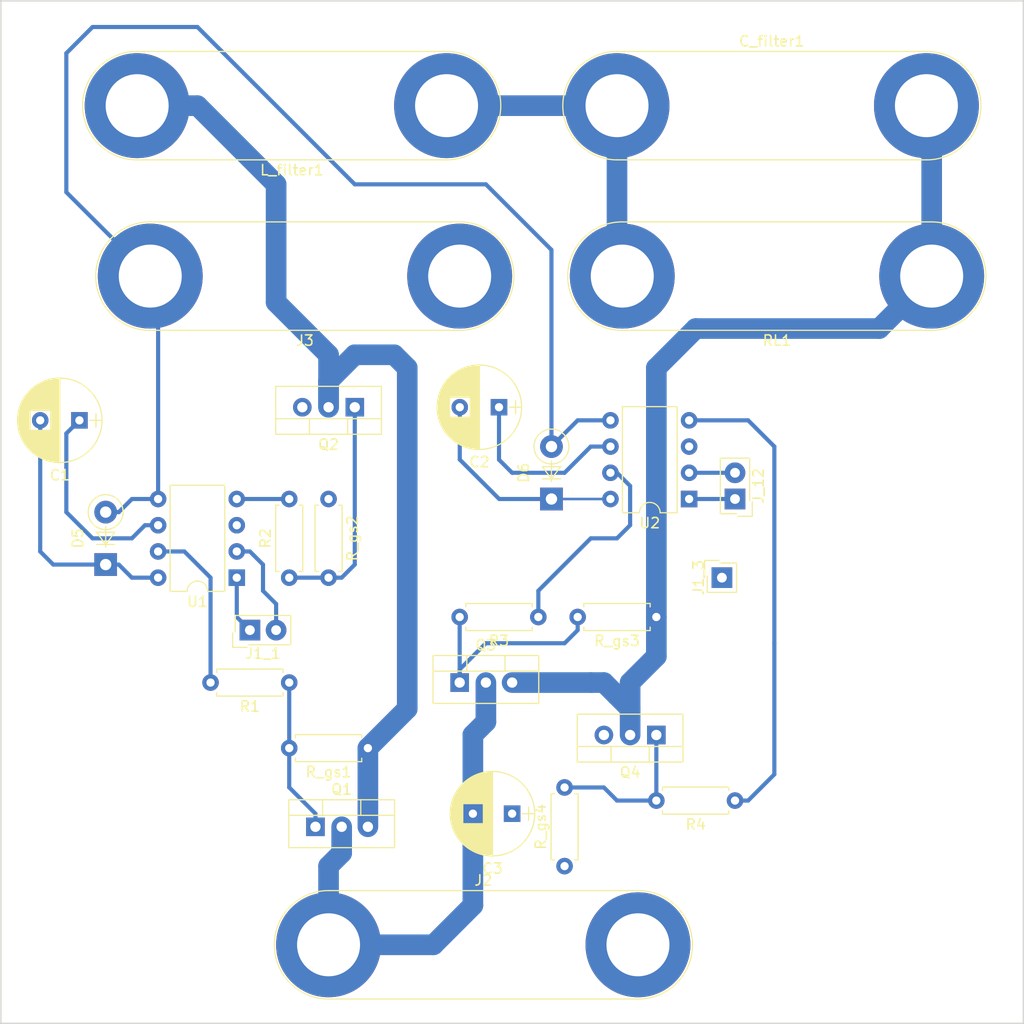
<source format=kicad_pcb>
(kicad_pcb (version 20171130) (host pcbnew "(5.1.0)-1")

  (general
    (thickness 1.6)
    (drawings 4)
    (tracks 124)
    (zones 0)
    (modules 27)
    (nets 23)
  )

  (page A4)
  (layers
    (0 F.Cu signal)
    (31 B.Cu signal)
    (32 B.Adhes user)
    (33 F.Adhes user)
    (34 B.Paste user)
    (35 F.Paste user)
    (36 B.SilkS user)
    (37 F.SilkS user)
    (38 B.Mask user)
    (39 F.Mask user)
    (40 Dwgs.User user)
    (41 Cmts.User user)
    (42 Eco1.User user)
    (43 Eco2.User user)
    (44 Edge.Cuts user)
    (45 Margin user)
    (46 B.CrtYd user)
    (47 F.CrtYd user)
    (48 B.Fab user)
    (49 F.Fab user)
  )

  (setup
    (last_trace_width 0.25)
    (user_trace_width 0.3)
    (user_trace_width 0.4)
    (user_trace_width 0.5)
    (user_trace_width 0.6)
    (user_trace_width 0.8)
    (user_trace_width 1)
    (user_trace_width 1.5)
    (user_trace_width 2)
    (trace_clearance 0.2)
    (zone_clearance 0.508)
    (zone_45_only no)
    (trace_min 0.2)
    (via_size 0.6)
    (via_drill 0.4)
    (via_min_size 0.4)
    (via_min_drill 0.3)
    (uvia_size 0.3)
    (uvia_drill 0.1)
    (uvias_allowed no)
    (uvia_min_size 0.2)
    (uvia_min_drill 0.1)
    (edge_width 0.15)
    (segment_width 0.2)
    (pcb_text_width 0.3)
    (pcb_text_size 1.5 1.5)
    (mod_edge_width 0.15)
    (mod_text_size 1 1)
    (mod_text_width 0.15)
    (pad_size 1.524 1.524)
    (pad_drill 0.762)
    (pad_to_mask_clearance 0.2)
    (aux_axis_origin 0 0)
    (visible_elements 7FFFFFFF)
    (pcbplotparams
      (layerselection 0x00030_80000001)
      (usegerberextensions false)
      (usegerberattributes false)
      (usegerberadvancedattributes false)
      (creategerberjobfile false)
      (excludeedgelayer true)
      (linewidth 0.100000)
      (plotframeref false)
      (viasonmask false)
      (mode 1)
      (useauxorigin false)
      (hpglpennumber 1)
      (hpglpenspeed 20)
      (hpglpendiameter 15.000000)
      (psnegative false)
      (psa4output false)
      (plotreference true)
      (plotvalue true)
      (plotinvisibletext false)
      (padsonsilk false)
      (subtractmaskfromsilk false)
      (outputformat 1)
      (mirror false)
      (drillshape 1)
      (scaleselection 1)
      (outputdirectory ""))
  )

  (net 0 "")
  (net 1 /Vin)
  (net 2 "Net-(L_filter1-Pad2)")
  (net 3 "Net-(Q1-Pad1)")
  (net 4 "Net-(C1-Pad1)")
  (net 5 "Net-(C1-Pad2)")
  (net 6 "Net-(C2-Pad1)")
  (net 7 "Net-(C2-Pad2)")
  (net 8 "Net-(C_filter1-Pad1)")
  (net 9 "Net-(C_filter1-Pad2)")
  (net 10 GNDREF)
  (net 11 +15V)
  (net 12 "Net-(R1-Pad2)")
  (net 13 "Net-(Q2-Pad1)")
  (net 14 "Net-(R2-Pad2)")
  (net 15 "Net-(R3-Pad1)")
  (net 16 "Net-(Q3-Pad1)")
  (net 17 "Net-(R4-Pad1)")
  (net 18 "Net-(Q4-Pad1)")
  (net 19 /I/O_ARDUINO_PIN1_U1)
  (net 20 /I/O_ARDUINO_PIN2_U1)
  (net 21 /I/O_ARDUINO_PIN1_U2)
  (net 22 /I/O_ARDUINO_PIN2_U2)

  (net_class Default "Esta é a classe de net default."
    (clearance 0.2)
    (trace_width 0.25)
    (via_dia 0.6)
    (via_drill 0.4)
    (uvia_dia 0.3)
    (uvia_drill 0.1)
    (add_net +15V)
    (add_net /I/O_ARDUINO_PIN1_U1)
    (add_net /I/O_ARDUINO_PIN1_U2)
    (add_net /I/O_ARDUINO_PIN2_U1)
    (add_net /I/O_ARDUINO_PIN2_U2)
    (add_net /Vin)
    (add_net GNDREF)
    (add_net "Net-(C1-Pad1)")
    (add_net "Net-(C1-Pad2)")
    (add_net "Net-(C2-Pad1)")
    (add_net "Net-(C2-Pad2)")
    (add_net "Net-(C_filter1-Pad1)")
    (add_net "Net-(C_filter1-Pad2)")
    (add_net "Net-(L_filter1-Pad2)")
    (add_net "Net-(Q1-Pad1)")
    (add_net "Net-(Q2-Pad1)")
    (add_net "Net-(Q3-Pad1)")
    (add_net "Net-(Q4-Pad1)")
    (add_net "Net-(R1-Pad2)")
    (add_net "Net-(R2-Pad2)")
    (add_net "Net-(R3-Pad1)")
    (add_net "Net-(R4-Pad1)")
  )

  (module Connectors:Banana_Jack_2Pin (layer F.Cu) (tedit 597742E7) (tstamp 5D1185C5)
    (at 110.49 40.64)
    (descr "Dual banana socket, footprint - 2 x 6mm drills")
    (tags "banana socket")
    (path /5D03FA3F)
    (fp_text reference C_filter1 (at 14.985 -6.24) (layer F.SilkS)
      (effects (font (size 1 1) (thickness 0.15)))
    )
    (fp_text value C (at 14.985 6.29) (layer F.Fab)
      (effects (font (size 1 1) (thickness 0.15)))
    )
    (fp_text user %R (at 14.985 0) (layer F.Fab)
      (effects (font (size 1 1) (thickness 0.15)))
    )
    (fp_line (start 30 -5.5) (end 0 -5.5) (layer F.CrtYd) (width 0.05))
    (fp_line (start 0 5.5) (end 30 5.5) (layer F.CrtYd) (width 0.05))
    (fp_line (start 0 5.25) (end 30 5.25) (layer F.SilkS) (width 0.12))
    (fp_line (start 30 -5.25) (end 0 -5.25) (layer F.SilkS) (width 0.12))
    (fp_circle (center 30 0) (end 32 0) (layer F.Fab) (width 0.1))
    (fp_circle (center 0 0) (end 2 0) (layer F.Fab) (width 0.1))
    (fp_circle (center 0 0) (end 4.75 0) (layer F.Fab) (width 0.1))
    (fp_circle (center 30 0) (end 34.75 0) (layer F.Fab) (width 0.1))
    (fp_arc (start 0 0) (end 0 5.5) (angle 180) (layer F.CrtYd) (width 0.05))
    (fp_arc (start 30 0) (end 30 -5.5) (angle 180) (layer F.CrtYd) (width 0.05))
    (fp_arc (start 30 0) (end 30 -5.25) (angle 180) (layer F.SilkS) (width 0.12))
    (fp_arc (start 0 0) (end 0 5.25) (angle 180) (layer F.SilkS) (width 0.12))
    (pad 1 thru_hole circle (at 0 0) (size 10.16 10.16) (drill 6.1) (layers *.Cu *.Mask)
      (net 8 "Net-(C_filter1-Pad1)"))
    (pad 2 thru_hole circle (at 29.97 0) (size 10.16 10.16) (drill 6.1) (layers *.Cu *.Mask)
      (net 9 "Net-(C_filter1-Pad2)"))
    (model ${KISYS3DMOD}/Connectors.3dshapes/Banana_Jack_2Pin.wrl
      (offset (xyz 14.98599977493286 0 0))
      (scale (xyz 2 2 2))
      (rotate (xyz 0 0 0))
    )
  )

  (module Connectors:Banana_Jack_2Pin (layer F.Cu) (tedit 597742E7) (tstamp 5D116B31)
    (at 93.98 40.64 180)
    (descr "Dual banana socket, footprint - 2 x 6mm drills")
    (tags "banana socket")
    (path /5D03F9A4)
    (fp_text reference L_filter1 (at 14.985 -6.24 180) (layer F.SilkS)
      (effects (font (size 1 1) (thickness 0.15)))
    )
    (fp_text value L (at 14.985 6.29 180) (layer F.Fab)
      (effects (font (size 1 1) (thickness 0.15)))
    )
    (fp_text user %R (at 14.985 0 180) (layer F.Fab)
      (effects (font (size 1 1) (thickness 0.15)))
    )
    (fp_line (start 30 -5.5) (end 0 -5.5) (layer F.CrtYd) (width 0.05))
    (fp_line (start 0 5.5) (end 30 5.5) (layer F.CrtYd) (width 0.05))
    (fp_line (start 0 5.25) (end 30 5.25) (layer F.SilkS) (width 0.12))
    (fp_line (start 30 -5.25) (end 0 -5.25) (layer F.SilkS) (width 0.12))
    (fp_circle (center 30 0) (end 32 0) (layer F.Fab) (width 0.1))
    (fp_circle (center 0 0) (end 2 0) (layer F.Fab) (width 0.1))
    (fp_circle (center 0 0) (end 4.75 0) (layer F.Fab) (width 0.1))
    (fp_circle (center 30 0) (end 34.75 0) (layer F.Fab) (width 0.1))
    (fp_arc (start 0 0) (end 0 5.5) (angle 180) (layer F.CrtYd) (width 0.05))
    (fp_arc (start 30 0) (end 30 -5.5) (angle 180) (layer F.CrtYd) (width 0.05))
    (fp_arc (start 30 0) (end 30 -5.25) (angle 180) (layer F.SilkS) (width 0.12))
    (fp_arc (start 0 0) (end 0 5.25) (angle 180) (layer F.SilkS) (width 0.12))
    (pad 1 thru_hole circle (at 0 0 180) (size 10.16 10.16) (drill 6.1) (layers *.Cu *.Mask)
      (net 8 "Net-(C_filter1-Pad1)"))
    (pad 2 thru_hole circle (at 29.97 0 180) (size 10.16 10.16) (drill 6.1) (layers *.Cu *.Mask)
      (net 2 "Net-(L_filter1-Pad2)"))
    (model ${KISYS3DMOD}/Connectors.3dshapes/Banana_Jack_2Pin.wrl
      (offset (xyz 14.98599977493286 0 0))
      (scale (xyz 2 2 2))
      (rotate (xyz 0 0 0))
    )
  )

  (module Capacitors_THT:CP_Radial_D8.0mm_P3.80mm (layer F.Cu) (tedit 597BC7C2) (tstamp 5D116968)
    (at 58.42 71.12 180)
    (descr "CP, Radial series, Radial, pin pitch=3.80mm, , diameter=8mm, Electrolytic Capacitor")
    (tags "CP Radial series Radial pin pitch 3.80mm  diameter 8mm Electrolytic Capacitor")
    (path /5D052ABD)
    (fp_text reference C1 (at 1.9 -5.31 180) (layer F.SilkS)
      (effects (font (size 1 1) (thickness 0.15)))
    )
    (fp_text value C (at 1.9 5.31 180) (layer F.Fab)
      (effects (font (size 1 1) (thickness 0.15)))
    )
    (fp_circle (center 1.9 0) (end 5.9 0) (layer F.Fab) (width 0.1))
    (fp_circle (center 1.9 0) (end 5.99 0) (layer F.SilkS) (width 0.12))
    (fp_line (start -2.2 0) (end -1 0) (layer F.Fab) (width 0.1))
    (fp_line (start -1.6 -0.65) (end -1.6 0.65) (layer F.Fab) (width 0.1))
    (fp_line (start 1.9 -4.05) (end 1.9 4.05) (layer F.SilkS) (width 0.12))
    (fp_line (start 1.94 -4.05) (end 1.94 4.05) (layer F.SilkS) (width 0.12))
    (fp_line (start 1.98 -4.05) (end 1.98 4.05) (layer F.SilkS) (width 0.12))
    (fp_line (start 2.02 -4.049) (end 2.02 4.049) (layer F.SilkS) (width 0.12))
    (fp_line (start 2.06 -4.047) (end 2.06 4.047) (layer F.SilkS) (width 0.12))
    (fp_line (start 2.1 -4.046) (end 2.1 4.046) (layer F.SilkS) (width 0.12))
    (fp_line (start 2.14 -4.043) (end 2.14 4.043) (layer F.SilkS) (width 0.12))
    (fp_line (start 2.18 -4.041) (end 2.18 4.041) (layer F.SilkS) (width 0.12))
    (fp_line (start 2.22 -4.038) (end 2.22 4.038) (layer F.SilkS) (width 0.12))
    (fp_line (start 2.26 -4.035) (end 2.26 4.035) (layer F.SilkS) (width 0.12))
    (fp_line (start 2.3 -4.031) (end 2.3 4.031) (layer F.SilkS) (width 0.12))
    (fp_line (start 2.34 -4.027) (end 2.34 4.027) (layer F.SilkS) (width 0.12))
    (fp_line (start 2.38 -4.022) (end 2.38 4.022) (layer F.SilkS) (width 0.12))
    (fp_line (start 2.42 -4.017) (end 2.42 4.017) (layer F.SilkS) (width 0.12))
    (fp_line (start 2.46 -4.012) (end 2.46 4.012) (layer F.SilkS) (width 0.12))
    (fp_line (start 2.5 -4.006) (end 2.5 4.006) (layer F.SilkS) (width 0.12))
    (fp_line (start 2.54 -4) (end 2.54 4) (layer F.SilkS) (width 0.12))
    (fp_line (start 2.58 -3.994) (end 2.58 3.994) (layer F.SilkS) (width 0.12))
    (fp_line (start 2.621 -3.987) (end 2.621 3.987) (layer F.SilkS) (width 0.12))
    (fp_line (start 2.661 -3.979) (end 2.661 3.979) (layer F.SilkS) (width 0.12))
    (fp_line (start 2.701 -3.971) (end 2.701 3.971) (layer F.SilkS) (width 0.12))
    (fp_line (start 2.741 -3.963) (end 2.741 3.963) (layer F.SilkS) (width 0.12))
    (fp_line (start 2.781 -3.955) (end 2.781 3.955) (layer F.SilkS) (width 0.12))
    (fp_line (start 2.821 -3.946) (end 2.821 -0.98) (layer F.SilkS) (width 0.12))
    (fp_line (start 2.821 0.98) (end 2.821 3.946) (layer F.SilkS) (width 0.12))
    (fp_line (start 2.861 -3.936) (end 2.861 -0.98) (layer F.SilkS) (width 0.12))
    (fp_line (start 2.861 0.98) (end 2.861 3.936) (layer F.SilkS) (width 0.12))
    (fp_line (start 2.901 -3.926) (end 2.901 -0.98) (layer F.SilkS) (width 0.12))
    (fp_line (start 2.901 0.98) (end 2.901 3.926) (layer F.SilkS) (width 0.12))
    (fp_line (start 2.941 -3.916) (end 2.941 -0.98) (layer F.SilkS) (width 0.12))
    (fp_line (start 2.941 0.98) (end 2.941 3.916) (layer F.SilkS) (width 0.12))
    (fp_line (start 2.981 -3.905) (end 2.981 -0.98) (layer F.SilkS) (width 0.12))
    (fp_line (start 2.981 0.98) (end 2.981 3.905) (layer F.SilkS) (width 0.12))
    (fp_line (start 3.021 -3.894) (end 3.021 -0.98) (layer F.SilkS) (width 0.12))
    (fp_line (start 3.021 0.98) (end 3.021 3.894) (layer F.SilkS) (width 0.12))
    (fp_line (start 3.061 -3.883) (end 3.061 -0.98) (layer F.SilkS) (width 0.12))
    (fp_line (start 3.061 0.98) (end 3.061 3.883) (layer F.SilkS) (width 0.12))
    (fp_line (start 3.101 -3.87) (end 3.101 -0.98) (layer F.SilkS) (width 0.12))
    (fp_line (start 3.101 0.98) (end 3.101 3.87) (layer F.SilkS) (width 0.12))
    (fp_line (start 3.141 -3.858) (end 3.141 -0.98) (layer F.SilkS) (width 0.12))
    (fp_line (start 3.141 0.98) (end 3.141 3.858) (layer F.SilkS) (width 0.12))
    (fp_line (start 3.181 -3.845) (end 3.181 -0.98) (layer F.SilkS) (width 0.12))
    (fp_line (start 3.181 0.98) (end 3.181 3.845) (layer F.SilkS) (width 0.12))
    (fp_line (start 3.221 -3.832) (end 3.221 -0.98) (layer F.SilkS) (width 0.12))
    (fp_line (start 3.221 0.98) (end 3.221 3.832) (layer F.SilkS) (width 0.12))
    (fp_line (start 3.261 -3.818) (end 3.261 -0.98) (layer F.SilkS) (width 0.12))
    (fp_line (start 3.261 0.98) (end 3.261 3.818) (layer F.SilkS) (width 0.12))
    (fp_line (start 3.301 -3.803) (end 3.301 -0.98) (layer F.SilkS) (width 0.12))
    (fp_line (start 3.301 0.98) (end 3.301 3.803) (layer F.SilkS) (width 0.12))
    (fp_line (start 3.341 -3.789) (end 3.341 -0.98) (layer F.SilkS) (width 0.12))
    (fp_line (start 3.341 0.98) (end 3.341 3.789) (layer F.SilkS) (width 0.12))
    (fp_line (start 3.381 -3.773) (end 3.381 -0.98) (layer F.SilkS) (width 0.12))
    (fp_line (start 3.381 0.98) (end 3.381 3.773) (layer F.SilkS) (width 0.12))
    (fp_line (start 3.421 -3.758) (end 3.421 -0.98) (layer F.SilkS) (width 0.12))
    (fp_line (start 3.421 0.98) (end 3.421 3.758) (layer F.SilkS) (width 0.12))
    (fp_line (start 3.461 -3.741) (end 3.461 -0.98) (layer F.SilkS) (width 0.12))
    (fp_line (start 3.461 0.98) (end 3.461 3.741) (layer F.SilkS) (width 0.12))
    (fp_line (start 3.501 -3.725) (end 3.501 -0.98) (layer F.SilkS) (width 0.12))
    (fp_line (start 3.501 0.98) (end 3.501 3.725) (layer F.SilkS) (width 0.12))
    (fp_line (start 3.541 -3.707) (end 3.541 -0.98) (layer F.SilkS) (width 0.12))
    (fp_line (start 3.541 0.98) (end 3.541 3.707) (layer F.SilkS) (width 0.12))
    (fp_line (start 3.581 -3.69) (end 3.581 -0.98) (layer F.SilkS) (width 0.12))
    (fp_line (start 3.581 0.98) (end 3.581 3.69) (layer F.SilkS) (width 0.12))
    (fp_line (start 3.621 -3.671) (end 3.621 -0.98) (layer F.SilkS) (width 0.12))
    (fp_line (start 3.621 0.98) (end 3.621 3.671) (layer F.SilkS) (width 0.12))
    (fp_line (start 3.661 -3.652) (end 3.661 -0.98) (layer F.SilkS) (width 0.12))
    (fp_line (start 3.661 0.98) (end 3.661 3.652) (layer F.SilkS) (width 0.12))
    (fp_line (start 3.701 -3.633) (end 3.701 -0.98) (layer F.SilkS) (width 0.12))
    (fp_line (start 3.701 0.98) (end 3.701 3.633) (layer F.SilkS) (width 0.12))
    (fp_line (start 3.741 -3.613) (end 3.741 -0.98) (layer F.SilkS) (width 0.12))
    (fp_line (start 3.741 0.98) (end 3.741 3.613) (layer F.SilkS) (width 0.12))
    (fp_line (start 3.781 -3.593) (end 3.781 -0.98) (layer F.SilkS) (width 0.12))
    (fp_line (start 3.781 0.98) (end 3.781 3.593) (layer F.SilkS) (width 0.12))
    (fp_line (start 3.821 -3.572) (end 3.821 -0.98) (layer F.SilkS) (width 0.12))
    (fp_line (start 3.821 0.98) (end 3.821 3.572) (layer F.SilkS) (width 0.12))
    (fp_line (start 3.861 -3.55) (end 3.861 -0.98) (layer F.SilkS) (width 0.12))
    (fp_line (start 3.861 0.98) (end 3.861 3.55) (layer F.SilkS) (width 0.12))
    (fp_line (start 3.901 -3.528) (end 3.901 -0.98) (layer F.SilkS) (width 0.12))
    (fp_line (start 3.901 0.98) (end 3.901 3.528) (layer F.SilkS) (width 0.12))
    (fp_line (start 3.941 -3.505) (end 3.941 -0.98) (layer F.SilkS) (width 0.12))
    (fp_line (start 3.941 0.98) (end 3.941 3.505) (layer F.SilkS) (width 0.12))
    (fp_line (start 3.981 -3.482) (end 3.981 -0.98) (layer F.SilkS) (width 0.12))
    (fp_line (start 3.981 0.98) (end 3.981 3.482) (layer F.SilkS) (width 0.12))
    (fp_line (start 4.021 -3.458) (end 4.021 -0.98) (layer F.SilkS) (width 0.12))
    (fp_line (start 4.021 0.98) (end 4.021 3.458) (layer F.SilkS) (width 0.12))
    (fp_line (start 4.061 -3.434) (end 4.061 -0.98) (layer F.SilkS) (width 0.12))
    (fp_line (start 4.061 0.98) (end 4.061 3.434) (layer F.SilkS) (width 0.12))
    (fp_line (start 4.101 -3.408) (end 4.101 -0.98) (layer F.SilkS) (width 0.12))
    (fp_line (start 4.101 0.98) (end 4.101 3.408) (layer F.SilkS) (width 0.12))
    (fp_line (start 4.141 -3.383) (end 4.141 -0.98) (layer F.SilkS) (width 0.12))
    (fp_line (start 4.141 0.98) (end 4.141 3.383) (layer F.SilkS) (width 0.12))
    (fp_line (start 4.181 -3.356) (end 4.181 -0.98) (layer F.SilkS) (width 0.12))
    (fp_line (start 4.181 0.98) (end 4.181 3.356) (layer F.SilkS) (width 0.12))
    (fp_line (start 4.221 -3.329) (end 4.221 -0.98) (layer F.SilkS) (width 0.12))
    (fp_line (start 4.221 0.98) (end 4.221 3.329) (layer F.SilkS) (width 0.12))
    (fp_line (start 4.261 -3.301) (end 4.261 -0.98) (layer F.SilkS) (width 0.12))
    (fp_line (start 4.261 0.98) (end 4.261 3.301) (layer F.SilkS) (width 0.12))
    (fp_line (start 4.301 -3.272) (end 4.301 -0.98) (layer F.SilkS) (width 0.12))
    (fp_line (start 4.301 0.98) (end 4.301 3.272) (layer F.SilkS) (width 0.12))
    (fp_line (start 4.341 -3.243) (end 4.341 -0.98) (layer F.SilkS) (width 0.12))
    (fp_line (start 4.341 0.98) (end 4.341 3.243) (layer F.SilkS) (width 0.12))
    (fp_line (start 4.381 -3.213) (end 4.381 -0.98) (layer F.SilkS) (width 0.12))
    (fp_line (start 4.381 0.98) (end 4.381 3.213) (layer F.SilkS) (width 0.12))
    (fp_line (start 4.421 -3.182) (end 4.421 -0.98) (layer F.SilkS) (width 0.12))
    (fp_line (start 4.421 0.98) (end 4.421 3.182) (layer F.SilkS) (width 0.12))
    (fp_line (start 4.461 -3.15) (end 4.461 -0.98) (layer F.SilkS) (width 0.12))
    (fp_line (start 4.461 0.98) (end 4.461 3.15) (layer F.SilkS) (width 0.12))
    (fp_line (start 4.501 -3.118) (end 4.501 -0.98) (layer F.SilkS) (width 0.12))
    (fp_line (start 4.501 0.98) (end 4.501 3.118) (layer F.SilkS) (width 0.12))
    (fp_line (start 4.541 -3.084) (end 4.541 -0.98) (layer F.SilkS) (width 0.12))
    (fp_line (start 4.541 0.98) (end 4.541 3.084) (layer F.SilkS) (width 0.12))
    (fp_line (start 4.581 -3.05) (end 4.581 -0.98) (layer F.SilkS) (width 0.12))
    (fp_line (start 4.581 0.98) (end 4.581 3.05) (layer F.SilkS) (width 0.12))
    (fp_line (start 4.621 -3.015) (end 4.621 -0.98) (layer F.SilkS) (width 0.12))
    (fp_line (start 4.621 0.98) (end 4.621 3.015) (layer F.SilkS) (width 0.12))
    (fp_line (start 4.661 -2.979) (end 4.661 -0.98) (layer F.SilkS) (width 0.12))
    (fp_line (start 4.661 0.98) (end 4.661 2.979) (layer F.SilkS) (width 0.12))
    (fp_line (start 4.701 -2.942) (end 4.701 -0.98) (layer F.SilkS) (width 0.12))
    (fp_line (start 4.701 0.98) (end 4.701 2.942) (layer F.SilkS) (width 0.12))
    (fp_line (start 4.741 -2.904) (end 4.741 -0.98) (layer F.SilkS) (width 0.12))
    (fp_line (start 4.741 0.98) (end 4.741 2.904) (layer F.SilkS) (width 0.12))
    (fp_line (start 4.781 -2.865) (end 4.781 2.865) (layer F.SilkS) (width 0.12))
    (fp_line (start 4.821 -2.824) (end 4.821 2.824) (layer F.SilkS) (width 0.12))
    (fp_line (start 4.861 -2.783) (end 4.861 2.783) (layer F.SilkS) (width 0.12))
    (fp_line (start 4.901 -2.74) (end 4.901 2.74) (layer F.SilkS) (width 0.12))
    (fp_line (start 4.941 -2.697) (end 4.941 2.697) (layer F.SilkS) (width 0.12))
    (fp_line (start 4.981 -2.652) (end 4.981 2.652) (layer F.SilkS) (width 0.12))
    (fp_line (start 5.021 -2.605) (end 5.021 2.605) (layer F.SilkS) (width 0.12))
    (fp_line (start 5.061 -2.557) (end 5.061 2.557) (layer F.SilkS) (width 0.12))
    (fp_line (start 5.101 -2.508) (end 5.101 2.508) (layer F.SilkS) (width 0.12))
    (fp_line (start 5.141 -2.457) (end 5.141 2.457) (layer F.SilkS) (width 0.12))
    (fp_line (start 5.181 -2.404) (end 5.181 2.404) (layer F.SilkS) (width 0.12))
    (fp_line (start 5.221 -2.349) (end 5.221 2.349) (layer F.SilkS) (width 0.12))
    (fp_line (start 5.261 -2.293) (end 5.261 2.293) (layer F.SilkS) (width 0.12))
    (fp_line (start 5.301 -2.234) (end 5.301 2.234) (layer F.SilkS) (width 0.12))
    (fp_line (start 5.341 -2.173) (end 5.341 2.173) (layer F.SilkS) (width 0.12))
    (fp_line (start 5.381 -2.109) (end 5.381 2.109) (layer F.SilkS) (width 0.12))
    (fp_line (start 5.421 -2.043) (end 5.421 2.043) (layer F.SilkS) (width 0.12))
    (fp_line (start 5.461 -1.974) (end 5.461 1.974) (layer F.SilkS) (width 0.12))
    (fp_line (start 5.501 -1.902) (end 5.501 1.902) (layer F.SilkS) (width 0.12))
    (fp_line (start 5.541 -1.826) (end 5.541 1.826) (layer F.SilkS) (width 0.12))
    (fp_line (start 5.581 -1.745) (end 5.581 1.745) (layer F.SilkS) (width 0.12))
    (fp_line (start 5.621 -1.66) (end 5.621 1.66) (layer F.SilkS) (width 0.12))
    (fp_line (start 5.661 -1.57) (end 5.661 1.57) (layer F.SilkS) (width 0.12))
    (fp_line (start 5.701 -1.473) (end 5.701 1.473) (layer F.SilkS) (width 0.12))
    (fp_line (start 5.741 -1.369) (end 5.741 1.369) (layer F.SilkS) (width 0.12))
    (fp_line (start 5.781 -1.254) (end 5.781 1.254) (layer F.SilkS) (width 0.12))
    (fp_line (start 5.821 -1.127) (end 5.821 1.127) (layer F.SilkS) (width 0.12))
    (fp_line (start 5.861 -0.983) (end 5.861 0.983) (layer F.SilkS) (width 0.12))
    (fp_line (start 5.901 -0.814) (end 5.901 0.814) (layer F.SilkS) (width 0.12))
    (fp_line (start 5.941 -0.598) (end 5.941 0.598) (layer F.SilkS) (width 0.12))
    (fp_line (start 5.981 -0.246) (end 5.981 0.246) (layer F.SilkS) (width 0.12))
    (fp_line (start -2.2 0) (end -1 0) (layer F.SilkS) (width 0.12))
    (fp_line (start -1.6 -0.65) (end -1.6 0.65) (layer F.SilkS) (width 0.12))
    (fp_line (start -2.45 -4.35) (end -2.45 4.35) (layer F.CrtYd) (width 0.05))
    (fp_line (start -2.45 4.35) (end 6.25 4.35) (layer F.CrtYd) (width 0.05))
    (fp_line (start 6.25 4.35) (end 6.25 -4.35) (layer F.CrtYd) (width 0.05))
    (fp_line (start 6.25 -4.35) (end -2.45 -4.35) (layer F.CrtYd) (width 0.05))
    (fp_text user %R (at 1.9 0 180) (layer F.Fab)
      (effects (font (size 1 1) (thickness 0.15)))
    )
    (pad 1 thru_hole rect (at 0 0 180) (size 1.6 1.6) (drill 0.8) (layers *.Cu *.Mask)
      (net 4 "Net-(C1-Pad1)"))
    (pad 2 thru_hole circle (at 3.8 0 180) (size 1.6 1.6) (drill 0.8) (layers *.Cu *.Mask)
      (net 5 "Net-(C1-Pad2)"))
    (model ${KISYS3DMOD}/Capacitors_THT.3dshapes/CP_Radial_D8.0mm_P3.80mm.wrl
      (at (xyz 0 0 0))
      (scale (xyz 1 1 1))
      (rotate (xyz 0 0 0))
    )
  )

  (module Capacitors_THT:CP_Radial_D8.0mm_P3.80mm (layer F.Cu) (tedit 597BC7C2) (tstamp 5D116A11)
    (at 99.06 69.85 180)
    (descr "CP, Radial series, Radial, pin pitch=3.80mm, , diameter=8mm, Electrolytic Capacitor")
    (tags "CP Radial series Radial pin pitch 3.80mm  diameter 8mm Electrolytic Capacitor")
    (path /5D04C5A0)
    (fp_text reference C2 (at 1.9 -5.31 180) (layer F.SilkS)
      (effects (font (size 1 1) (thickness 0.15)))
    )
    (fp_text value C (at 1.9 5.31 180) (layer F.Fab)
      (effects (font (size 1 1) (thickness 0.15)))
    )
    (fp_circle (center 1.9 0) (end 5.9 0) (layer F.Fab) (width 0.1))
    (fp_circle (center 1.9 0) (end 5.99 0) (layer F.SilkS) (width 0.12))
    (fp_line (start -2.2 0) (end -1 0) (layer F.Fab) (width 0.1))
    (fp_line (start -1.6 -0.65) (end -1.6 0.65) (layer F.Fab) (width 0.1))
    (fp_line (start 1.9 -4.05) (end 1.9 4.05) (layer F.SilkS) (width 0.12))
    (fp_line (start 1.94 -4.05) (end 1.94 4.05) (layer F.SilkS) (width 0.12))
    (fp_line (start 1.98 -4.05) (end 1.98 4.05) (layer F.SilkS) (width 0.12))
    (fp_line (start 2.02 -4.049) (end 2.02 4.049) (layer F.SilkS) (width 0.12))
    (fp_line (start 2.06 -4.047) (end 2.06 4.047) (layer F.SilkS) (width 0.12))
    (fp_line (start 2.1 -4.046) (end 2.1 4.046) (layer F.SilkS) (width 0.12))
    (fp_line (start 2.14 -4.043) (end 2.14 4.043) (layer F.SilkS) (width 0.12))
    (fp_line (start 2.18 -4.041) (end 2.18 4.041) (layer F.SilkS) (width 0.12))
    (fp_line (start 2.22 -4.038) (end 2.22 4.038) (layer F.SilkS) (width 0.12))
    (fp_line (start 2.26 -4.035) (end 2.26 4.035) (layer F.SilkS) (width 0.12))
    (fp_line (start 2.3 -4.031) (end 2.3 4.031) (layer F.SilkS) (width 0.12))
    (fp_line (start 2.34 -4.027) (end 2.34 4.027) (layer F.SilkS) (width 0.12))
    (fp_line (start 2.38 -4.022) (end 2.38 4.022) (layer F.SilkS) (width 0.12))
    (fp_line (start 2.42 -4.017) (end 2.42 4.017) (layer F.SilkS) (width 0.12))
    (fp_line (start 2.46 -4.012) (end 2.46 4.012) (layer F.SilkS) (width 0.12))
    (fp_line (start 2.5 -4.006) (end 2.5 4.006) (layer F.SilkS) (width 0.12))
    (fp_line (start 2.54 -4) (end 2.54 4) (layer F.SilkS) (width 0.12))
    (fp_line (start 2.58 -3.994) (end 2.58 3.994) (layer F.SilkS) (width 0.12))
    (fp_line (start 2.621 -3.987) (end 2.621 3.987) (layer F.SilkS) (width 0.12))
    (fp_line (start 2.661 -3.979) (end 2.661 3.979) (layer F.SilkS) (width 0.12))
    (fp_line (start 2.701 -3.971) (end 2.701 3.971) (layer F.SilkS) (width 0.12))
    (fp_line (start 2.741 -3.963) (end 2.741 3.963) (layer F.SilkS) (width 0.12))
    (fp_line (start 2.781 -3.955) (end 2.781 3.955) (layer F.SilkS) (width 0.12))
    (fp_line (start 2.821 -3.946) (end 2.821 -0.98) (layer F.SilkS) (width 0.12))
    (fp_line (start 2.821 0.98) (end 2.821 3.946) (layer F.SilkS) (width 0.12))
    (fp_line (start 2.861 -3.936) (end 2.861 -0.98) (layer F.SilkS) (width 0.12))
    (fp_line (start 2.861 0.98) (end 2.861 3.936) (layer F.SilkS) (width 0.12))
    (fp_line (start 2.901 -3.926) (end 2.901 -0.98) (layer F.SilkS) (width 0.12))
    (fp_line (start 2.901 0.98) (end 2.901 3.926) (layer F.SilkS) (width 0.12))
    (fp_line (start 2.941 -3.916) (end 2.941 -0.98) (layer F.SilkS) (width 0.12))
    (fp_line (start 2.941 0.98) (end 2.941 3.916) (layer F.SilkS) (width 0.12))
    (fp_line (start 2.981 -3.905) (end 2.981 -0.98) (layer F.SilkS) (width 0.12))
    (fp_line (start 2.981 0.98) (end 2.981 3.905) (layer F.SilkS) (width 0.12))
    (fp_line (start 3.021 -3.894) (end 3.021 -0.98) (layer F.SilkS) (width 0.12))
    (fp_line (start 3.021 0.98) (end 3.021 3.894) (layer F.SilkS) (width 0.12))
    (fp_line (start 3.061 -3.883) (end 3.061 -0.98) (layer F.SilkS) (width 0.12))
    (fp_line (start 3.061 0.98) (end 3.061 3.883) (layer F.SilkS) (width 0.12))
    (fp_line (start 3.101 -3.87) (end 3.101 -0.98) (layer F.SilkS) (width 0.12))
    (fp_line (start 3.101 0.98) (end 3.101 3.87) (layer F.SilkS) (width 0.12))
    (fp_line (start 3.141 -3.858) (end 3.141 -0.98) (layer F.SilkS) (width 0.12))
    (fp_line (start 3.141 0.98) (end 3.141 3.858) (layer F.SilkS) (width 0.12))
    (fp_line (start 3.181 -3.845) (end 3.181 -0.98) (layer F.SilkS) (width 0.12))
    (fp_line (start 3.181 0.98) (end 3.181 3.845) (layer F.SilkS) (width 0.12))
    (fp_line (start 3.221 -3.832) (end 3.221 -0.98) (layer F.SilkS) (width 0.12))
    (fp_line (start 3.221 0.98) (end 3.221 3.832) (layer F.SilkS) (width 0.12))
    (fp_line (start 3.261 -3.818) (end 3.261 -0.98) (layer F.SilkS) (width 0.12))
    (fp_line (start 3.261 0.98) (end 3.261 3.818) (layer F.SilkS) (width 0.12))
    (fp_line (start 3.301 -3.803) (end 3.301 -0.98) (layer F.SilkS) (width 0.12))
    (fp_line (start 3.301 0.98) (end 3.301 3.803) (layer F.SilkS) (width 0.12))
    (fp_line (start 3.341 -3.789) (end 3.341 -0.98) (layer F.SilkS) (width 0.12))
    (fp_line (start 3.341 0.98) (end 3.341 3.789) (layer F.SilkS) (width 0.12))
    (fp_line (start 3.381 -3.773) (end 3.381 -0.98) (layer F.SilkS) (width 0.12))
    (fp_line (start 3.381 0.98) (end 3.381 3.773) (layer F.SilkS) (width 0.12))
    (fp_line (start 3.421 -3.758) (end 3.421 -0.98) (layer F.SilkS) (width 0.12))
    (fp_line (start 3.421 0.98) (end 3.421 3.758) (layer F.SilkS) (width 0.12))
    (fp_line (start 3.461 -3.741) (end 3.461 -0.98) (layer F.SilkS) (width 0.12))
    (fp_line (start 3.461 0.98) (end 3.461 3.741) (layer F.SilkS) (width 0.12))
    (fp_line (start 3.501 -3.725) (end 3.501 -0.98) (layer F.SilkS) (width 0.12))
    (fp_line (start 3.501 0.98) (end 3.501 3.725) (layer F.SilkS) (width 0.12))
    (fp_line (start 3.541 -3.707) (end 3.541 -0.98) (layer F.SilkS) (width 0.12))
    (fp_line (start 3.541 0.98) (end 3.541 3.707) (layer F.SilkS) (width 0.12))
    (fp_line (start 3.581 -3.69) (end 3.581 -0.98) (layer F.SilkS) (width 0.12))
    (fp_line (start 3.581 0.98) (end 3.581 3.69) (layer F.SilkS) (width 0.12))
    (fp_line (start 3.621 -3.671) (end 3.621 -0.98) (layer F.SilkS) (width 0.12))
    (fp_line (start 3.621 0.98) (end 3.621 3.671) (layer F.SilkS) (width 0.12))
    (fp_line (start 3.661 -3.652) (end 3.661 -0.98) (layer F.SilkS) (width 0.12))
    (fp_line (start 3.661 0.98) (end 3.661 3.652) (layer F.SilkS) (width 0.12))
    (fp_line (start 3.701 -3.633) (end 3.701 -0.98) (layer F.SilkS) (width 0.12))
    (fp_line (start 3.701 0.98) (end 3.701 3.633) (layer F.SilkS) (width 0.12))
    (fp_line (start 3.741 -3.613) (end 3.741 -0.98) (layer F.SilkS) (width 0.12))
    (fp_line (start 3.741 0.98) (end 3.741 3.613) (layer F.SilkS) (width 0.12))
    (fp_line (start 3.781 -3.593) (end 3.781 -0.98) (layer F.SilkS) (width 0.12))
    (fp_line (start 3.781 0.98) (end 3.781 3.593) (layer F.SilkS) (width 0.12))
    (fp_line (start 3.821 -3.572) (end 3.821 -0.98) (layer F.SilkS) (width 0.12))
    (fp_line (start 3.821 0.98) (end 3.821 3.572) (layer F.SilkS) (width 0.12))
    (fp_line (start 3.861 -3.55) (end 3.861 -0.98) (layer F.SilkS) (width 0.12))
    (fp_line (start 3.861 0.98) (end 3.861 3.55) (layer F.SilkS) (width 0.12))
    (fp_line (start 3.901 -3.528) (end 3.901 -0.98) (layer F.SilkS) (width 0.12))
    (fp_line (start 3.901 0.98) (end 3.901 3.528) (layer F.SilkS) (width 0.12))
    (fp_line (start 3.941 -3.505) (end 3.941 -0.98) (layer F.SilkS) (width 0.12))
    (fp_line (start 3.941 0.98) (end 3.941 3.505) (layer F.SilkS) (width 0.12))
    (fp_line (start 3.981 -3.482) (end 3.981 -0.98) (layer F.SilkS) (width 0.12))
    (fp_line (start 3.981 0.98) (end 3.981 3.482) (layer F.SilkS) (width 0.12))
    (fp_line (start 4.021 -3.458) (end 4.021 -0.98) (layer F.SilkS) (width 0.12))
    (fp_line (start 4.021 0.98) (end 4.021 3.458) (layer F.SilkS) (width 0.12))
    (fp_line (start 4.061 -3.434) (end 4.061 -0.98) (layer F.SilkS) (width 0.12))
    (fp_line (start 4.061 0.98) (end 4.061 3.434) (layer F.SilkS) (width 0.12))
    (fp_line (start 4.101 -3.408) (end 4.101 -0.98) (layer F.SilkS) (width 0.12))
    (fp_line (start 4.101 0.98) (end 4.101 3.408) (layer F.SilkS) (width 0.12))
    (fp_line (start 4.141 -3.383) (end 4.141 -0.98) (layer F.SilkS) (width 0.12))
    (fp_line (start 4.141 0.98) (end 4.141 3.383) (layer F.SilkS) (width 0.12))
    (fp_line (start 4.181 -3.356) (end 4.181 -0.98) (layer F.SilkS) (width 0.12))
    (fp_line (start 4.181 0.98) (end 4.181 3.356) (layer F.SilkS) (width 0.12))
    (fp_line (start 4.221 -3.329) (end 4.221 -0.98) (layer F.SilkS) (width 0.12))
    (fp_line (start 4.221 0.98) (end 4.221 3.329) (layer F.SilkS) (width 0.12))
    (fp_line (start 4.261 -3.301) (end 4.261 -0.98) (layer F.SilkS) (width 0.12))
    (fp_line (start 4.261 0.98) (end 4.261 3.301) (layer F.SilkS) (width 0.12))
    (fp_line (start 4.301 -3.272) (end 4.301 -0.98) (layer F.SilkS) (width 0.12))
    (fp_line (start 4.301 0.98) (end 4.301 3.272) (layer F.SilkS) (width 0.12))
    (fp_line (start 4.341 -3.243) (end 4.341 -0.98) (layer F.SilkS) (width 0.12))
    (fp_line (start 4.341 0.98) (end 4.341 3.243) (layer F.SilkS) (width 0.12))
    (fp_line (start 4.381 -3.213) (end 4.381 -0.98) (layer F.SilkS) (width 0.12))
    (fp_line (start 4.381 0.98) (end 4.381 3.213) (layer F.SilkS) (width 0.12))
    (fp_line (start 4.421 -3.182) (end 4.421 -0.98) (layer F.SilkS) (width 0.12))
    (fp_line (start 4.421 0.98) (end 4.421 3.182) (layer F.SilkS) (width 0.12))
    (fp_line (start 4.461 -3.15) (end 4.461 -0.98) (layer F.SilkS) (width 0.12))
    (fp_line (start 4.461 0.98) (end 4.461 3.15) (layer F.SilkS) (width 0.12))
    (fp_line (start 4.501 -3.118) (end 4.501 -0.98) (layer F.SilkS) (width 0.12))
    (fp_line (start 4.501 0.98) (end 4.501 3.118) (layer F.SilkS) (width 0.12))
    (fp_line (start 4.541 -3.084) (end 4.541 -0.98) (layer F.SilkS) (width 0.12))
    (fp_line (start 4.541 0.98) (end 4.541 3.084) (layer F.SilkS) (width 0.12))
    (fp_line (start 4.581 -3.05) (end 4.581 -0.98) (layer F.SilkS) (width 0.12))
    (fp_line (start 4.581 0.98) (end 4.581 3.05) (layer F.SilkS) (width 0.12))
    (fp_line (start 4.621 -3.015) (end 4.621 -0.98) (layer F.SilkS) (width 0.12))
    (fp_line (start 4.621 0.98) (end 4.621 3.015) (layer F.SilkS) (width 0.12))
    (fp_line (start 4.661 -2.979) (end 4.661 -0.98) (layer F.SilkS) (width 0.12))
    (fp_line (start 4.661 0.98) (end 4.661 2.979) (layer F.SilkS) (width 0.12))
    (fp_line (start 4.701 -2.942) (end 4.701 -0.98) (layer F.SilkS) (width 0.12))
    (fp_line (start 4.701 0.98) (end 4.701 2.942) (layer F.SilkS) (width 0.12))
    (fp_line (start 4.741 -2.904) (end 4.741 -0.98) (layer F.SilkS) (width 0.12))
    (fp_line (start 4.741 0.98) (end 4.741 2.904) (layer F.SilkS) (width 0.12))
    (fp_line (start 4.781 -2.865) (end 4.781 2.865) (layer F.SilkS) (width 0.12))
    (fp_line (start 4.821 -2.824) (end 4.821 2.824) (layer F.SilkS) (width 0.12))
    (fp_line (start 4.861 -2.783) (end 4.861 2.783) (layer F.SilkS) (width 0.12))
    (fp_line (start 4.901 -2.74) (end 4.901 2.74) (layer F.SilkS) (width 0.12))
    (fp_line (start 4.941 -2.697) (end 4.941 2.697) (layer F.SilkS) (width 0.12))
    (fp_line (start 4.981 -2.652) (end 4.981 2.652) (layer F.SilkS) (width 0.12))
    (fp_line (start 5.021 -2.605) (end 5.021 2.605) (layer F.SilkS) (width 0.12))
    (fp_line (start 5.061 -2.557) (end 5.061 2.557) (layer F.SilkS) (width 0.12))
    (fp_line (start 5.101 -2.508) (end 5.101 2.508) (layer F.SilkS) (width 0.12))
    (fp_line (start 5.141 -2.457) (end 5.141 2.457) (layer F.SilkS) (width 0.12))
    (fp_line (start 5.181 -2.404) (end 5.181 2.404) (layer F.SilkS) (width 0.12))
    (fp_line (start 5.221 -2.349) (end 5.221 2.349) (layer F.SilkS) (width 0.12))
    (fp_line (start 5.261 -2.293) (end 5.261 2.293) (layer F.SilkS) (width 0.12))
    (fp_line (start 5.301 -2.234) (end 5.301 2.234) (layer F.SilkS) (width 0.12))
    (fp_line (start 5.341 -2.173) (end 5.341 2.173) (layer F.SilkS) (width 0.12))
    (fp_line (start 5.381 -2.109) (end 5.381 2.109) (layer F.SilkS) (width 0.12))
    (fp_line (start 5.421 -2.043) (end 5.421 2.043) (layer F.SilkS) (width 0.12))
    (fp_line (start 5.461 -1.974) (end 5.461 1.974) (layer F.SilkS) (width 0.12))
    (fp_line (start 5.501 -1.902) (end 5.501 1.902) (layer F.SilkS) (width 0.12))
    (fp_line (start 5.541 -1.826) (end 5.541 1.826) (layer F.SilkS) (width 0.12))
    (fp_line (start 5.581 -1.745) (end 5.581 1.745) (layer F.SilkS) (width 0.12))
    (fp_line (start 5.621 -1.66) (end 5.621 1.66) (layer F.SilkS) (width 0.12))
    (fp_line (start 5.661 -1.57) (end 5.661 1.57) (layer F.SilkS) (width 0.12))
    (fp_line (start 5.701 -1.473) (end 5.701 1.473) (layer F.SilkS) (width 0.12))
    (fp_line (start 5.741 -1.369) (end 5.741 1.369) (layer F.SilkS) (width 0.12))
    (fp_line (start 5.781 -1.254) (end 5.781 1.254) (layer F.SilkS) (width 0.12))
    (fp_line (start 5.821 -1.127) (end 5.821 1.127) (layer F.SilkS) (width 0.12))
    (fp_line (start 5.861 -0.983) (end 5.861 0.983) (layer F.SilkS) (width 0.12))
    (fp_line (start 5.901 -0.814) (end 5.901 0.814) (layer F.SilkS) (width 0.12))
    (fp_line (start 5.941 -0.598) (end 5.941 0.598) (layer F.SilkS) (width 0.12))
    (fp_line (start 5.981 -0.246) (end 5.981 0.246) (layer F.SilkS) (width 0.12))
    (fp_line (start -2.2 0) (end -1 0) (layer F.SilkS) (width 0.12))
    (fp_line (start -1.6 -0.65) (end -1.6 0.65) (layer F.SilkS) (width 0.12))
    (fp_line (start -2.45 -4.35) (end -2.45 4.35) (layer F.CrtYd) (width 0.05))
    (fp_line (start -2.45 4.35) (end 6.25 4.35) (layer F.CrtYd) (width 0.05))
    (fp_line (start 6.25 4.35) (end 6.25 -4.35) (layer F.CrtYd) (width 0.05))
    (fp_line (start 6.25 -4.35) (end -2.45 -4.35) (layer F.CrtYd) (width 0.05))
    (fp_text user %R (at 1.9 0 180) (layer F.Fab)
      (effects (font (size 1 1) (thickness 0.15)))
    )
    (pad 1 thru_hole rect (at 0 0 180) (size 1.6 1.6) (drill 0.8) (layers *.Cu *.Mask)
      (net 6 "Net-(C2-Pad1)"))
    (pad 2 thru_hole circle (at 3.8 0 180) (size 1.6 1.6) (drill 0.8) (layers *.Cu *.Mask)
      (net 7 "Net-(C2-Pad2)"))
    (model ${KISYS3DMOD}/Capacitors_THT.3dshapes/CP_Radial_D8.0mm_P3.80mm.wrl
      (at (xyz 0 0 0))
      (scale (xyz 1 1 1))
      (rotate (xyz 0 0 0))
    )
  )

  (module Capacitors_THT:CP_Radial_D8.0mm_P3.80mm (layer F.Cu) (tedit 597BC7C2) (tstamp 5D116ABA)
    (at 100.33 109.22 180)
    (descr "CP, Radial series, Radial, pin pitch=3.80mm, , diameter=8mm, Electrolytic Capacitor")
    (tags "CP Radial series Radial pin pitch 3.80mm  diameter 8mm Electrolytic Capacitor")
    (path /5D1168F1)
    (fp_text reference C3 (at 1.9 -5.31 180) (layer F.SilkS)
      (effects (font (size 1 1) (thickness 0.15)))
    )
    (fp_text value C (at 1.9 5.31 180) (layer F.Fab)
      (effects (font (size 1 1) (thickness 0.15)))
    )
    (fp_circle (center 1.9 0) (end 5.9 0) (layer F.Fab) (width 0.1))
    (fp_circle (center 1.9 0) (end 5.99 0) (layer F.SilkS) (width 0.12))
    (fp_line (start -2.2 0) (end -1 0) (layer F.Fab) (width 0.1))
    (fp_line (start -1.6 -0.65) (end -1.6 0.65) (layer F.Fab) (width 0.1))
    (fp_line (start 1.9 -4.05) (end 1.9 4.05) (layer F.SilkS) (width 0.12))
    (fp_line (start 1.94 -4.05) (end 1.94 4.05) (layer F.SilkS) (width 0.12))
    (fp_line (start 1.98 -4.05) (end 1.98 4.05) (layer F.SilkS) (width 0.12))
    (fp_line (start 2.02 -4.049) (end 2.02 4.049) (layer F.SilkS) (width 0.12))
    (fp_line (start 2.06 -4.047) (end 2.06 4.047) (layer F.SilkS) (width 0.12))
    (fp_line (start 2.1 -4.046) (end 2.1 4.046) (layer F.SilkS) (width 0.12))
    (fp_line (start 2.14 -4.043) (end 2.14 4.043) (layer F.SilkS) (width 0.12))
    (fp_line (start 2.18 -4.041) (end 2.18 4.041) (layer F.SilkS) (width 0.12))
    (fp_line (start 2.22 -4.038) (end 2.22 4.038) (layer F.SilkS) (width 0.12))
    (fp_line (start 2.26 -4.035) (end 2.26 4.035) (layer F.SilkS) (width 0.12))
    (fp_line (start 2.3 -4.031) (end 2.3 4.031) (layer F.SilkS) (width 0.12))
    (fp_line (start 2.34 -4.027) (end 2.34 4.027) (layer F.SilkS) (width 0.12))
    (fp_line (start 2.38 -4.022) (end 2.38 4.022) (layer F.SilkS) (width 0.12))
    (fp_line (start 2.42 -4.017) (end 2.42 4.017) (layer F.SilkS) (width 0.12))
    (fp_line (start 2.46 -4.012) (end 2.46 4.012) (layer F.SilkS) (width 0.12))
    (fp_line (start 2.5 -4.006) (end 2.5 4.006) (layer F.SilkS) (width 0.12))
    (fp_line (start 2.54 -4) (end 2.54 4) (layer F.SilkS) (width 0.12))
    (fp_line (start 2.58 -3.994) (end 2.58 3.994) (layer F.SilkS) (width 0.12))
    (fp_line (start 2.621 -3.987) (end 2.621 3.987) (layer F.SilkS) (width 0.12))
    (fp_line (start 2.661 -3.979) (end 2.661 3.979) (layer F.SilkS) (width 0.12))
    (fp_line (start 2.701 -3.971) (end 2.701 3.971) (layer F.SilkS) (width 0.12))
    (fp_line (start 2.741 -3.963) (end 2.741 3.963) (layer F.SilkS) (width 0.12))
    (fp_line (start 2.781 -3.955) (end 2.781 3.955) (layer F.SilkS) (width 0.12))
    (fp_line (start 2.821 -3.946) (end 2.821 -0.98) (layer F.SilkS) (width 0.12))
    (fp_line (start 2.821 0.98) (end 2.821 3.946) (layer F.SilkS) (width 0.12))
    (fp_line (start 2.861 -3.936) (end 2.861 -0.98) (layer F.SilkS) (width 0.12))
    (fp_line (start 2.861 0.98) (end 2.861 3.936) (layer F.SilkS) (width 0.12))
    (fp_line (start 2.901 -3.926) (end 2.901 -0.98) (layer F.SilkS) (width 0.12))
    (fp_line (start 2.901 0.98) (end 2.901 3.926) (layer F.SilkS) (width 0.12))
    (fp_line (start 2.941 -3.916) (end 2.941 -0.98) (layer F.SilkS) (width 0.12))
    (fp_line (start 2.941 0.98) (end 2.941 3.916) (layer F.SilkS) (width 0.12))
    (fp_line (start 2.981 -3.905) (end 2.981 -0.98) (layer F.SilkS) (width 0.12))
    (fp_line (start 2.981 0.98) (end 2.981 3.905) (layer F.SilkS) (width 0.12))
    (fp_line (start 3.021 -3.894) (end 3.021 -0.98) (layer F.SilkS) (width 0.12))
    (fp_line (start 3.021 0.98) (end 3.021 3.894) (layer F.SilkS) (width 0.12))
    (fp_line (start 3.061 -3.883) (end 3.061 -0.98) (layer F.SilkS) (width 0.12))
    (fp_line (start 3.061 0.98) (end 3.061 3.883) (layer F.SilkS) (width 0.12))
    (fp_line (start 3.101 -3.87) (end 3.101 -0.98) (layer F.SilkS) (width 0.12))
    (fp_line (start 3.101 0.98) (end 3.101 3.87) (layer F.SilkS) (width 0.12))
    (fp_line (start 3.141 -3.858) (end 3.141 -0.98) (layer F.SilkS) (width 0.12))
    (fp_line (start 3.141 0.98) (end 3.141 3.858) (layer F.SilkS) (width 0.12))
    (fp_line (start 3.181 -3.845) (end 3.181 -0.98) (layer F.SilkS) (width 0.12))
    (fp_line (start 3.181 0.98) (end 3.181 3.845) (layer F.SilkS) (width 0.12))
    (fp_line (start 3.221 -3.832) (end 3.221 -0.98) (layer F.SilkS) (width 0.12))
    (fp_line (start 3.221 0.98) (end 3.221 3.832) (layer F.SilkS) (width 0.12))
    (fp_line (start 3.261 -3.818) (end 3.261 -0.98) (layer F.SilkS) (width 0.12))
    (fp_line (start 3.261 0.98) (end 3.261 3.818) (layer F.SilkS) (width 0.12))
    (fp_line (start 3.301 -3.803) (end 3.301 -0.98) (layer F.SilkS) (width 0.12))
    (fp_line (start 3.301 0.98) (end 3.301 3.803) (layer F.SilkS) (width 0.12))
    (fp_line (start 3.341 -3.789) (end 3.341 -0.98) (layer F.SilkS) (width 0.12))
    (fp_line (start 3.341 0.98) (end 3.341 3.789) (layer F.SilkS) (width 0.12))
    (fp_line (start 3.381 -3.773) (end 3.381 -0.98) (layer F.SilkS) (width 0.12))
    (fp_line (start 3.381 0.98) (end 3.381 3.773) (layer F.SilkS) (width 0.12))
    (fp_line (start 3.421 -3.758) (end 3.421 -0.98) (layer F.SilkS) (width 0.12))
    (fp_line (start 3.421 0.98) (end 3.421 3.758) (layer F.SilkS) (width 0.12))
    (fp_line (start 3.461 -3.741) (end 3.461 -0.98) (layer F.SilkS) (width 0.12))
    (fp_line (start 3.461 0.98) (end 3.461 3.741) (layer F.SilkS) (width 0.12))
    (fp_line (start 3.501 -3.725) (end 3.501 -0.98) (layer F.SilkS) (width 0.12))
    (fp_line (start 3.501 0.98) (end 3.501 3.725) (layer F.SilkS) (width 0.12))
    (fp_line (start 3.541 -3.707) (end 3.541 -0.98) (layer F.SilkS) (width 0.12))
    (fp_line (start 3.541 0.98) (end 3.541 3.707) (layer F.SilkS) (width 0.12))
    (fp_line (start 3.581 -3.69) (end 3.581 -0.98) (layer F.SilkS) (width 0.12))
    (fp_line (start 3.581 0.98) (end 3.581 3.69) (layer F.SilkS) (width 0.12))
    (fp_line (start 3.621 -3.671) (end 3.621 -0.98) (layer F.SilkS) (width 0.12))
    (fp_line (start 3.621 0.98) (end 3.621 3.671) (layer F.SilkS) (width 0.12))
    (fp_line (start 3.661 -3.652) (end 3.661 -0.98) (layer F.SilkS) (width 0.12))
    (fp_line (start 3.661 0.98) (end 3.661 3.652) (layer F.SilkS) (width 0.12))
    (fp_line (start 3.701 -3.633) (end 3.701 -0.98) (layer F.SilkS) (width 0.12))
    (fp_line (start 3.701 0.98) (end 3.701 3.633) (layer F.SilkS) (width 0.12))
    (fp_line (start 3.741 -3.613) (end 3.741 -0.98) (layer F.SilkS) (width 0.12))
    (fp_line (start 3.741 0.98) (end 3.741 3.613) (layer F.SilkS) (width 0.12))
    (fp_line (start 3.781 -3.593) (end 3.781 -0.98) (layer F.SilkS) (width 0.12))
    (fp_line (start 3.781 0.98) (end 3.781 3.593) (layer F.SilkS) (width 0.12))
    (fp_line (start 3.821 -3.572) (end 3.821 -0.98) (layer F.SilkS) (width 0.12))
    (fp_line (start 3.821 0.98) (end 3.821 3.572) (layer F.SilkS) (width 0.12))
    (fp_line (start 3.861 -3.55) (end 3.861 -0.98) (layer F.SilkS) (width 0.12))
    (fp_line (start 3.861 0.98) (end 3.861 3.55) (layer F.SilkS) (width 0.12))
    (fp_line (start 3.901 -3.528) (end 3.901 -0.98) (layer F.SilkS) (width 0.12))
    (fp_line (start 3.901 0.98) (end 3.901 3.528) (layer F.SilkS) (width 0.12))
    (fp_line (start 3.941 -3.505) (end 3.941 -0.98) (layer F.SilkS) (width 0.12))
    (fp_line (start 3.941 0.98) (end 3.941 3.505) (layer F.SilkS) (width 0.12))
    (fp_line (start 3.981 -3.482) (end 3.981 -0.98) (layer F.SilkS) (width 0.12))
    (fp_line (start 3.981 0.98) (end 3.981 3.482) (layer F.SilkS) (width 0.12))
    (fp_line (start 4.021 -3.458) (end 4.021 -0.98) (layer F.SilkS) (width 0.12))
    (fp_line (start 4.021 0.98) (end 4.021 3.458) (layer F.SilkS) (width 0.12))
    (fp_line (start 4.061 -3.434) (end 4.061 -0.98) (layer F.SilkS) (width 0.12))
    (fp_line (start 4.061 0.98) (end 4.061 3.434) (layer F.SilkS) (width 0.12))
    (fp_line (start 4.101 -3.408) (end 4.101 -0.98) (layer F.SilkS) (width 0.12))
    (fp_line (start 4.101 0.98) (end 4.101 3.408) (layer F.SilkS) (width 0.12))
    (fp_line (start 4.141 -3.383) (end 4.141 -0.98) (layer F.SilkS) (width 0.12))
    (fp_line (start 4.141 0.98) (end 4.141 3.383) (layer F.SilkS) (width 0.12))
    (fp_line (start 4.181 -3.356) (end 4.181 -0.98) (layer F.SilkS) (width 0.12))
    (fp_line (start 4.181 0.98) (end 4.181 3.356) (layer F.SilkS) (width 0.12))
    (fp_line (start 4.221 -3.329) (end 4.221 -0.98) (layer F.SilkS) (width 0.12))
    (fp_line (start 4.221 0.98) (end 4.221 3.329) (layer F.SilkS) (width 0.12))
    (fp_line (start 4.261 -3.301) (end 4.261 -0.98) (layer F.SilkS) (width 0.12))
    (fp_line (start 4.261 0.98) (end 4.261 3.301) (layer F.SilkS) (width 0.12))
    (fp_line (start 4.301 -3.272) (end 4.301 -0.98) (layer F.SilkS) (width 0.12))
    (fp_line (start 4.301 0.98) (end 4.301 3.272) (layer F.SilkS) (width 0.12))
    (fp_line (start 4.341 -3.243) (end 4.341 -0.98) (layer F.SilkS) (width 0.12))
    (fp_line (start 4.341 0.98) (end 4.341 3.243) (layer F.SilkS) (width 0.12))
    (fp_line (start 4.381 -3.213) (end 4.381 -0.98) (layer F.SilkS) (width 0.12))
    (fp_line (start 4.381 0.98) (end 4.381 3.213) (layer F.SilkS) (width 0.12))
    (fp_line (start 4.421 -3.182) (end 4.421 -0.98) (layer F.SilkS) (width 0.12))
    (fp_line (start 4.421 0.98) (end 4.421 3.182) (layer F.SilkS) (width 0.12))
    (fp_line (start 4.461 -3.15) (end 4.461 -0.98) (layer F.SilkS) (width 0.12))
    (fp_line (start 4.461 0.98) (end 4.461 3.15) (layer F.SilkS) (width 0.12))
    (fp_line (start 4.501 -3.118) (end 4.501 -0.98) (layer F.SilkS) (width 0.12))
    (fp_line (start 4.501 0.98) (end 4.501 3.118) (layer F.SilkS) (width 0.12))
    (fp_line (start 4.541 -3.084) (end 4.541 -0.98) (layer F.SilkS) (width 0.12))
    (fp_line (start 4.541 0.98) (end 4.541 3.084) (layer F.SilkS) (width 0.12))
    (fp_line (start 4.581 -3.05) (end 4.581 -0.98) (layer F.SilkS) (width 0.12))
    (fp_line (start 4.581 0.98) (end 4.581 3.05) (layer F.SilkS) (width 0.12))
    (fp_line (start 4.621 -3.015) (end 4.621 -0.98) (layer F.SilkS) (width 0.12))
    (fp_line (start 4.621 0.98) (end 4.621 3.015) (layer F.SilkS) (width 0.12))
    (fp_line (start 4.661 -2.979) (end 4.661 -0.98) (layer F.SilkS) (width 0.12))
    (fp_line (start 4.661 0.98) (end 4.661 2.979) (layer F.SilkS) (width 0.12))
    (fp_line (start 4.701 -2.942) (end 4.701 -0.98) (layer F.SilkS) (width 0.12))
    (fp_line (start 4.701 0.98) (end 4.701 2.942) (layer F.SilkS) (width 0.12))
    (fp_line (start 4.741 -2.904) (end 4.741 -0.98) (layer F.SilkS) (width 0.12))
    (fp_line (start 4.741 0.98) (end 4.741 2.904) (layer F.SilkS) (width 0.12))
    (fp_line (start 4.781 -2.865) (end 4.781 2.865) (layer F.SilkS) (width 0.12))
    (fp_line (start 4.821 -2.824) (end 4.821 2.824) (layer F.SilkS) (width 0.12))
    (fp_line (start 4.861 -2.783) (end 4.861 2.783) (layer F.SilkS) (width 0.12))
    (fp_line (start 4.901 -2.74) (end 4.901 2.74) (layer F.SilkS) (width 0.12))
    (fp_line (start 4.941 -2.697) (end 4.941 2.697) (layer F.SilkS) (width 0.12))
    (fp_line (start 4.981 -2.652) (end 4.981 2.652) (layer F.SilkS) (width 0.12))
    (fp_line (start 5.021 -2.605) (end 5.021 2.605) (layer F.SilkS) (width 0.12))
    (fp_line (start 5.061 -2.557) (end 5.061 2.557) (layer F.SilkS) (width 0.12))
    (fp_line (start 5.101 -2.508) (end 5.101 2.508) (layer F.SilkS) (width 0.12))
    (fp_line (start 5.141 -2.457) (end 5.141 2.457) (layer F.SilkS) (width 0.12))
    (fp_line (start 5.181 -2.404) (end 5.181 2.404) (layer F.SilkS) (width 0.12))
    (fp_line (start 5.221 -2.349) (end 5.221 2.349) (layer F.SilkS) (width 0.12))
    (fp_line (start 5.261 -2.293) (end 5.261 2.293) (layer F.SilkS) (width 0.12))
    (fp_line (start 5.301 -2.234) (end 5.301 2.234) (layer F.SilkS) (width 0.12))
    (fp_line (start 5.341 -2.173) (end 5.341 2.173) (layer F.SilkS) (width 0.12))
    (fp_line (start 5.381 -2.109) (end 5.381 2.109) (layer F.SilkS) (width 0.12))
    (fp_line (start 5.421 -2.043) (end 5.421 2.043) (layer F.SilkS) (width 0.12))
    (fp_line (start 5.461 -1.974) (end 5.461 1.974) (layer F.SilkS) (width 0.12))
    (fp_line (start 5.501 -1.902) (end 5.501 1.902) (layer F.SilkS) (width 0.12))
    (fp_line (start 5.541 -1.826) (end 5.541 1.826) (layer F.SilkS) (width 0.12))
    (fp_line (start 5.581 -1.745) (end 5.581 1.745) (layer F.SilkS) (width 0.12))
    (fp_line (start 5.621 -1.66) (end 5.621 1.66) (layer F.SilkS) (width 0.12))
    (fp_line (start 5.661 -1.57) (end 5.661 1.57) (layer F.SilkS) (width 0.12))
    (fp_line (start 5.701 -1.473) (end 5.701 1.473) (layer F.SilkS) (width 0.12))
    (fp_line (start 5.741 -1.369) (end 5.741 1.369) (layer F.SilkS) (width 0.12))
    (fp_line (start 5.781 -1.254) (end 5.781 1.254) (layer F.SilkS) (width 0.12))
    (fp_line (start 5.821 -1.127) (end 5.821 1.127) (layer F.SilkS) (width 0.12))
    (fp_line (start 5.861 -0.983) (end 5.861 0.983) (layer F.SilkS) (width 0.12))
    (fp_line (start 5.901 -0.814) (end 5.901 0.814) (layer F.SilkS) (width 0.12))
    (fp_line (start 5.941 -0.598) (end 5.941 0.598) (layer F.SilkS) (width 0.12))
    (fp_line (start 5.981 -0.246) (end 5.981 0.246) (layer F.SilkS) (width 0.12))
    (fp_line (start -2.2 0) (end -1 0) (layer F.SilkS) (width 0.12))
    (fp_line (start -1.6 -0.65) (end -1.6 0.65) (layer F.SilkS) (width 0.12))
    (fp_line (start -2.45 -4.35) (end -2.45 4.35) (layer F.CrtYd) (width 0.05))
    (fp_line (start -2.45 4.35) (end 6.25 4.35) (layer F.CrtYd) (width 0.05))
    (fp_line (start 6.25 4.35) (end 6.25 -4.35) (layer F.CrtYd) (width 0.05))
    (fp_line (start 6.25 -4.35) (end -2.45 -4.35) (layer F.CrtYd) (width 0.05))
    (fp_text user %R (at 1.9 0 180) (layer F.Fab)
      (effects (font (size 1 1) (thickness 0.15)))
    )
    (pad 1 thru_hole rect (at 0 0 180) (size 1.6 1.6) (drill 0.8) (layers *.Cu *.Mask)
      (net 10 GNDREF))
    (pad 2 thru_hole circle (at 3.8 0 180) (size 1.6 1.6) (drill 0.8) (layers *.Cu *.Mask)
      (net 1 /Vin))
    (model ${KISYS3DMOD}/Capacitors_THT.3dshapes/CP_Radial_D8.0mm_P3.80mm.wrl
      (at (xyz 0 0 0))
      (scale (xyz 1 1 1))
      (rotate (xyz 0 0 0))
    )
  )

  (module Diodes_THT:D_DO-41_SOD81_P5.08mm_Vertical_KathodeUp (layer F.Cu) (tedit 5921392F) (tstamp 5D116AE4)
    (at 60.96 85.09 90)
    (descr "D, DO-41_SOD81 series, Axial, Vertical, pin pitch=5.08mm, , length*diameter=5.2*2.7mm^2, , http://www.diodes.com/_files/packages/DO-41%20(Plastic).pdf")
    (tags "D DO-41_SOD81 series Axial Vertical pin pitch 5.08mm  length 5.2mm diameter 2.7mm")
    (path /5D05392F)
    (fp_text reference D5 (at 2.54 -2.690635 90) (layer F.SilkS)
      (effects (font (size 1 1) (thickness 0.15)))
    )
    (fp_text value 1N4007 (at 2.54 2.690635 90) (layer F.Fab)
      (effects (font (size 1 1) (thickness 0.15)))
    )
    (fp_text user K (at -1.8 0 90) (layer F.Fab)
      (effects (font (size 1 1) (thickness 0.15)))
    )
    (fp_text user %R (at 2.54 0 90) (layer F.Fab)
      (effects (font (size 1 1) (thickness 0.15)))
    )
    (fp_line (start 0 0) (end 5.08 0) (layer F.Fab) (width 0.1))
    (fp_line (start 1.690635 0) (end 3.68 0) (layer F.SilkS) (width 0.12))
    (fp_line (start 1.947333 -0.889) (end 1.947333 0.889) (layer F.SilkS) (width 0.12))
    (fp_line (start 1.947333 0) (end 3.132667 -0.889) (layer F.SilkS) (width 0.12))
    (fp_line (start 3.132667 -0.889) (end 3.132667 0.889) (layer F.SilkS) (width 0.12))
    (fp_line (start 3.132667 0.889) (end 1.947333 0) (layer F.SilkS) (width 0.12))
    (fp_line (start -1.45 -1.95) (end -1.45 1.95) (layer F.CrtYd) (width 0.05))
    (fp_line (start -1.45 1.95) (end 6.75 1.95) (layer F.CrtYd) (width 0.05))
    (fp_line (start 6.75 1.95) (end 6.75 -1.95) (layer F.CrtYd) (width 0.05))
    (fp_line (start 6.75 -1.95) (end -1.45 -1.95) (layer F.CrtYd) (width 0.05))
    (fp_circle (center 5.08 0) (end 6.43 0) (layer F.Fab) (width 0.1))
    (fp_circle (center 5.08 0) (end 6.770635 0) (layer F.SilkS) (width 0.12))
    (pad 1 thru_hole rect (at 0 0 90) (size 2.2 2.2) (drill 1.1) (layers *.Cu *.Mask)
      (net 5 "Net-(C1-Pad2)"))
    (pad 2 thru_hole oval (at 5.08 0 90) (size 2.2 2.2) (drill 1.1) (layers *.Cu *.Mask)
      (net 11 +15V))
    (model ${KISYS3DMOD}/Diodes_THT.3dshapes/D_DO-41_SOD81_P5.08mm_Vertical_KathodeUp.wrl
      (at (xyz 0 0 0))
      (scale (xyz 0.393701 0.393701 0.393701))
      (rotate (xyz 0 0 0))
    )
  )

  (module Diodes_THT:D_DO-41_SOD81_P5.08mm_Vertical_KathodeUp (layer F.Cu) (tedit 5921392F) (tstamp 5D116AF8)
    (at 104.14 78.74 90)
    (descr "D, DO-41_SOD81 series, Axial, Vertical, pin pitch=5.08mm, , length*diameter=5.2*2.7mm^2, , http://www.diodes.com/_files/packages/DO-41%20(Plastic).pdf")
    (tags "D DO-41_SOD81 series Axial Vertical pin pitch 5.08mm  length 5.2mm diameter 2.7mm")
    (path /5D04CFE8)
    (fp_text reference D6 (at 2.54 -2.690635 90) (layer F.SilkS)
      (effects (font (size 1 1) (thickness 0.15)))
    )
    (fp_text value 1N4007 (at 2.54 2.690635 90) (layer F.Fab)
      (effects (font (size 1 1) (thickness 0.15)))
    )
    (fp_text user K (at -1.8 0 90) (layer F.Fab)
      (effects (font (size 1 1) (thickness 0.15)))
    )
    (fp_text user %R (at 2.54 0 90) (layer F.Fab)
      (effects (font (size 1 1) (thickness 0.15)))
    )
    (fp_line (start 0 0) (end 5.08 0) (layer F.Fab) (width 0.1))
    (fp_line (start 1.690635 0) (end 3.68 0) (layer F.SilkS) (width 0.12))
    (fp_line (start 1.947333 -0.889) (end 1.947333 0.889) (layer F.SilkS) (width 0.12))
    (fp_line (start 1.947333 0) (end 3.132667 -0.889) (layer F.SilkS) (width 0.12))
    (fp_line (start 3.132667 -0.889) (end 3.132667 0.889) (layer F.SilkS) (width 0.12))
    (fp_line (start 3.132667 0.889) (end 1.947333 0) (layer F.SilkS) (width 0.12))
    (fp_line (start -1.45 -1.95) (end -1.45 1.95) (layer F.CrtYd) (width 0.05))
    (fp_line (start -1.45 1.95) (end 6.75 1.95) (layer F.CrtYd) (width 0.05))
    (fp_line (start 6.75 1.95) (end 6.75 -1.95) (layer F.CrtYd) (width 0.05))
    (fp_line (start 6.75 -1.95) (end -1.45 -1.95) (layer F.CrtYd) (width 0.05))
    (fp_circle (center 5.08 0) (end 6.43 0) (layer F.Fab) (width 0.1))
    (fp_circle (center 5.08 0) (end 6.770635 0) (layer F.SilkS) (width 0.12))
    (pad 1 thru_hole rect (at 0 0 90) (size 2.2 2.2) (drill 1.1) (layers *.Cu *.Mask)
      (net 7 "Net-(C2-Pad2)"))
    (pad 2 thru_hole oval (at 5.08 0 90) (size 2.2 2.2) (drill 1.1) (layers *.Cu *.Mask)
      (net 11 +15V))
    (model ${KISYS3DMOD}/Diodes_THT.3dshapes/D_DO-41_SOD81_P5.08mm_Vertical_KathodeUp.wrl
      (at (xyz 0 0 0))
      (scale (xyz 0.393701 0.393701 0.393701))
      (rotate (xyz 0 0 0))
    )
  )

  (module Connectors:Banana_Jack_2Pin (layer F.Cu) (tedit 597742E7) (tstamp 5D116B0B)
    (at 82.55 121.92)
    (descr "Dual banana socket, footprint - 2 x 6mm drills")
    (tags "banana socket")
    (path /5D06116F)
    (fp_text reference J2 (at 14.985 -6.24) (layer F.SilkS)
      (effects (font (size 1 1) (thickness 0.15)))
    )
    (fp_text value CONN_01X02 (at 14.985 6.29) (layer F.Fab)
      (effects (font (size 1 1) (thickness 0.15)))
    )
    (fp_text user %R (at 14.985 0) (layer F.Fab)
      (effects (font (size 1 1) (thickness 0.15)))
    )
    (fp_line (start 30 -5.5) (end 0 -5.5) (layer F.CrtYd) (width 0.05))
    (fp_line (start 0 5.5) (end 30 5.5) (layer F.CrtYd) (width 0.05))
    (fp_line (start 0 5.25) (end 30 5.25) (layer F.SilkS) (width 0.12))
    (fp_line (start 30 -5.25) (end 0 -5.25) (layer F.SilkS) (width 0.12))
    (fp_circle (center 30 0) (end 32 0) (layer F.Fab) (width 0.1))
    (fp_circle (center 0 0) (end 2 0) (layer F.Fab) (width 0.1))
    (fp_circle (center 0 0) (end 4.75 0) (layer F.Fab) (width 0.1))
    (fp_circle (center 30 0) (end 34.75 0) (layer F.Fab) (width 0.1))
    (fp_arc (start 0 0) (end 0 5.5) (angle 180) (layer F.CrtYd) (width 0.05))
    (fp_arc (start 30 0) (end 30 -5.5) (angle 180) (layer F.CrtYd) (width 0.05))
    (fp_arc (start 30 0) (end 30 -5.25) (angle 180) (layer F.SilkS) (width 0.12))
    (fp_arc (start 0 0) (end 0 5.25) (angle 180) (layer F.SilkS) (width 0.12))
    (pad 1 thru_hole circle (at 0 0) (size 10.16 10.16) (drill 6.1) (layers *.Cu *.Mask)
      (net 1 /Vin))
    (pad 2 thru_hole circle (at 29.97 0) (size 10.16 10.16) (drill 6.1) (layers *.Cu *.Mask)
      (net 10 GNDREF))
    (model ${KISYS3DMOD}/Connectors.3dshapes/Banana_Jack_2Pin.wrl
      (offset (xyz 14.98599977493286 0 0))
      (scale (xyz 2 2 2))
      (rotate (xyz 0 0 0))
    )
  )

  (module Connectors:Banana_Jack_2Pin (layer F.Cu) (tedit 597742E7) (tstamp 5D116B1E)
    (at 95.25 57.15 180)
    (descr "Dual banana socket, footprint - 2 x 6mm drills")
    (tags "banana socket")
    (path /5D11EF89)
    (fp_text reference J3 (at 14.985 -6.24 180) (layer F.SilkS)
      (effects (font (size 1 1) (thickness 0.15)))
    )
    (fp_text value CONN_01X02 (at 14.985 6.29 180) (layer F.Fab)
      (effects (font (size 1 1) (thickness 0.15)))
    )
    (fp_text user %R (at 14.985 0 180) (layer F.Fab)
      (effects (font (size 1 1) (thickness 0.15)))
    )
    (fp_line (start 30 -5.5) (end 0 -5.5) (layer F.CrtYd) (width 0.05))
    (fp_line (start 0 5.5) (end 30 5.5) (layer F.CrtYd) (width 0.05))
    (fp_line (start 0 5.25) (end 30 5.25) (layer F.SilkS) (width 0.12))
    (fp_line (start 30 -5.25) (end 0 -5.25) (layer F.SilkS) (width 0.12))
    (fp_circle (center 30 0) (end 32 0) (layer F.Fab) (width 0.1))
    (fp_circle (center 0 0) (end 2 0) (layer F.Fab) (width 0.1))
    (fp_circle (center 0 0) (end 4.75 0) (layer F.Fab) (width 0.1))
    (fp_circle (center 30 0) (end 34.75 0) (layer F.Fab) (width 0.1))
    (fp_arc (start 0 0) (end 0 5.5) (angle 180) (layer F.CrtYd) (width 0.05))
    (fp_arc (start 30 0) (end 30 -5.5) (angle 180) (layer F.CrtYd) (width 0.05))
    (fp_arc (start 30 0) (end 30 -5.25) (angle 180) (layer F.SilkS) (width 0.12))
    (fp_arc (start 0 0) (end 0 5.25) (angle 180) (layer F.SilkS) (width 0.12))
    (pad 1 thru_hole circle (at 0 0 180) (size 10.16 10.16) (drill 6.1) (layers *.Cu *.Mask)
      (net 10 GNDREF))
    (pad 2 thru_hole circle (at 29.97 0 180) (size 10.16 10.16) (drill 6.1) (layers *.Cu *.Mask)
      (net 11 +15V))
    (model ${KISYS3DMOD}/Connectors.3dshapes/Banana_Jack_2Pin.wrl
      (offset (xyz 14.98599977493286 0 0))
      (scale (xyz 2 2 2))
      (rotate (xyz 0 0 0))
    )
  )

  (module Resistors_THT:R_Axial_DIN0207_L6.3mm_D2.5mm_P7.62mm_Horizontal (layer F.Cu) (tedit 5874F706) (tstamp 5D116B47)
    (at 78.74 96.52 180)
    (descr "Resistor, Axial_DIN0207 series, Axial, Horizontal, pin pitch=7.62mm, 0.25W = 1/4W, length*diameter=6.3*2.5mm^2, http://cdn-reichelt.de/documents/datenblatt/B400/1_4W%23YAG.pdf")
    (tags "Resistor Axial_DIN0207 series Axial Horizontal pin pitch 7.62mm 0.25W = 1/4W length 6.3mm diameter 2.5mm")
    (path /5D0500B8)
    (fp_text reference R1 (at 3.81 -2.31 180) (layer F.SilkS)
      (effects (font (size 1 1) (thickness 0.15)))
    )
    (fp_text value 150 (at 3.81 2.31 180) (layer F.Fab)
      (effects (font (size 1 1) (thickness 0.15)))
    )
    (fp_line (start 0.66 -1.25) (end 0.66 1.25) (layer F.Fab) (width 0.1))
    (fp_line (start 0.66 1.25) (end 6.96 1.25) (layer F.Fab) (width 0.1))
    (fp_line (start 6.96 1.25) (end 6.96 -1.25) (layer F.Fab) (width 0.1))
    (fp_line (start 6.96 -1.25) (end 0.66 -1.25) (layer F.Fab) (width 0.1))
    (fp_line (start 0 0) (end 0.66 0) (layer F.Fab) (width 0.1))
    (fp_line (start 7.62 0) (end 6.96 0) (layer F.Fab) (width 0.1))
    (fp_line (start 0.6 -0.98) (end 0.6 -1.31) (layer F.SilkS) (width 0.12))
    (fp_line (start 0.6 -1.31) (end 7.02 -1.31) (layer F.SilkS) (width 0.12))
    (fp_line (start 7.02 -1.31) (end 7.02 -0.98) (layer F.SilkS) (width 0.12))
    (fp_line (start 0.6 0.98) (end 0.6 1.31) (layer F.SilkS) (width 0.12))
    (fp_line (start 0.6 1.31) (end 7.02 1.31) (layer F.SilkS) (width 0.12))
    (fp_line (start 7.02 1.31) (end 7.02 0.98) (layer F.SilkS) (width 0.12))
    (fp_line (start -1.05 -1.6) (end -1.05 1.6) (layer F.CrtYd) (width 0.05))
    (fp_line (start -1.05 1.6) (end 8.7 1.6) (layer F.CrtYd) (width 0.05))
    (fp_line (start 8.7 1.6) (end 8.7 -1.6) (layer F.CrtYd) (width 0.05))
    (fp_line (start 8.7 -1.6) (end -1.05 -1.6) (layer F.CrtYd) (width 0.05))
    (pad 1 thru_hole circle (at 0 0 180) (size 1.6 1.6) (drill 0.8) (layers *.Cu *.Mask)
      (net 3 "Net-(Q1-Pad1)"))
    (pad 2 thru_hole oval (at 7.62 0 180) (size 1.6 1.6) (drill 0.8) (layers *.Cu *.Mask)
      (net 12 "Net-(R1-Pad2)"))
    (model ${KISYS3DMOD}/Resistors_THT.3dshapes/R_Axial_DIN0207_L6.3mm_D2.5mm_P7.62mm_Horizontal.wrl
      (at (xyz 0 0 0))
      (scale (xyz 0.393701 0.393701 0.393701))
      (rotate (xyz 0 0 0))
    )
  )

  (module Resistors_THT:R_Axial_DIN0207_L6.3mm_D2.5mm_P7.62mm_Horizontal (layer F.Cu) (tedit 5874F706) (tstamp 5D116B5D)
    (at 78.74 86.36 90)
    (descr "Resistor, Axial_DIN0207 series, Axial, Horizontal, pin pitch=7.62mm, 0.25W = 1/4W, length*diameter=6.3*2.5mm^2, http://cdn-reichelt.de/documents/datenblatt/B400/1_4W%23YAG.pdf")
    (tags "Resistor Axial_DIN0207 series Axial Horizontal pin pitch 7.62mm 0.25W = 1/4W length 6.3mm diameter 2.5mm")
    (path /5D0507AE)
    (fp_text reference R2 (at 3.81 -2.31 90) (layer F.SilkS)
      (effects (font (size 1 1) (thickness 0.15)))
    )
    (fp_text value 150 (at 3.81 2.31 90) (layer F.Fab)
      (effects (font (size 1 1) (thickness 0.15)))
    )
    (fp_line (start 0.66 -1.25) (end 0.66 1.25) (layer F.Fab) (width 0.1))
    (fp_line (start 0.66 1.25) (end 6.96 1.25) (layer F.Fab) (width 0.1))
    (fp_line (start 6.96 1.25) (end 6.96 -1.25) (layer F.Fab) (width 0.1))
    (fp_line (start 6.96 -1.25) (end 0.66 -1.25) (layer F.Fab) (width 0.1))
    (fp_line (start 0 0) (end 0.66 0) (layer F.Fab) (width 0.1))
    (fp_line (start 7.62 0) (end 6.96 0) (layer F.Fab) (width 0.1))
    (fp_line (start 0.6 -0.98) (end 0.6 -1.31) (layer F.SilkS) (width 0.12))
    (fp_line (start 0.6 -1.31) (end 7.02 -1.31) (layer F.SilkS) (width 0.12))
    (fp_line (start 7.02 -1.31) (end 7.02 -0.98) (layer F.SilkS) (width 0.12))
    (fp_line (start 0.6 0.98) (end 0.6 1.31) (layer F.SilkS) (width 0.12))
    (fp_line (start 0.6 1.31) (end 7.02 1.31) (layer F.SilkS) (width 0.12))
    (fp_line (start 7.02 1.31) (end 7.02 0.98) (layer F.SilkS) (width 0.12))
    (fp_line (start -1.05 -1.6) (end -1.05 1.6) (layer F.CrtYd) (width 0.05))
    (fp_line (start -1.05 1.6) (end 8.7 1.6) (layer F.CrtYd) (width 0.05))
    (fp_line (start 8.7 1.6) (end 8.7 -1.6) (layer F.CrtYd) (width 0.05))
    (fp_line (start 8.7 -1.6) (end -1.05 -1.6) (layer F.CrtYd) (width 0.05))
    (pad 1 thru_hole circle (at 0 0 90) (size 1.6 1.6) (drill 0.8) (layers *.Cu *.Mask)
      (net 13 "Net-(Q2-Pad1)"))
    (pad 2 thru_hole oval (at 7.62 0 90) (size 1.6 1.6) (drill 0.8) (layers *.Cu *.Mask)
      (net 14 "Net-(R2-Pad2)"))
    (model ${KISYS3DMOD}/Resistors_THT.3dshapes/R_Axial_DIN0207_L6.3mm_D2.5mm_P7.62mm_Horizontal.wrl
      (at (xyz 0 0 0))
      (scale (xyz 0.393701 0.393701 0.393701))
      (rotate (xyz 0 0 0))
    )
  )

  (module Resistors_THT:R_Axial_DIN0207_L6.3mm_D2.5mm_P7.62mm_Horizontal (layer F.Cu) (tedit 5874F706) (tstamp 5D116B73)
    (at 102.87 90.17 180)
    (descr "Resistor, Axial_DIN0207 series, Axial, Horizontal, pin pitch=7.62mm, 0.25W = 1/4W, length*diameter=6.3*2.5mm^2, http://cdn-reichelt.de/documents/datenblatt/B400/1_4W%23YAG.pdf")
    (tags "Resistor Axial_DIN0207 series Axial Horizontal pin pitch 7.62mm 0.25W = 1/4W length 6.3mm diameter 2.5mm")
    (path /5D04A2B1)
    (fp_text reference R3 (at 3.81 -2.31 180) (layer F.SilkS)
      (effects (font (size 1 1) (thickness 0.15)))
    )
    (fp_text value 150 (at 3.81 2.31 180) (layer F.Fab)
      (effects (font (size 1 1) (thickness 0.15)))
    )
    (fp_line (start 0.66 -1.25) (end 0.66 1.25) (layer F.Fab) (width 0.1))
    (fp_line (start 0.66 1.25) (end 6.96 1.25) (layer F.Fab) (width 0.1))
    (fp_line (start 6.96 1.25) (end 6.96 -1.25) (layer F.Fab) (width 0.1))
    (fp_line (start 6.96 -1.25) (end 0.66 -1.25) (layer F.Fab) (width 0.1))
    (fp_line (start 0 0) (end 0.66 0) (layer F.Fab) (width 0.1))
    (fp_line (start 7.62 0) (end 6.96 0) (layer F.Fab) (width 0.1))
    (fp_line (start 0.6 -0.98) (end 0.6 -1.31) (layer F.SilkS) (width 0.12))
    (fp_line (start 0.6 -1.31) (end 7.02 -1.31) (layer F.SilkS) (width 0.12))
    (fp_line (start 7.02 -1.31) (end 7.02 -0.98) (layer F.SilkS) (width 0.12))
    (fp_line (start 0.6 0.98) (end 0.6 1.31) (layer F.SilkS) (width 0.12))
    (fp_line (start 0.6 1.31) (end 7.02 1.31) (layer F.SilkS) (width 0.12))
    (fp_line (start 7.02 1.31) (end 7.02 0.98) (layer F.SilkS) (width 0.12))
    (fp_line (start -1.05 -1.6) (end -1.05 1.6) (layer F.CrtYd) (width 0.05))
    (fp_line (start -1.05 1.6) (end 8.7 1.6) (layer F.CrtYd) (width 0.05))
    (fp_line (start 8.7 1.6) (end 8.7 -1.6) (layer F.CrtYd) (width 0.05))
    (fp_line (start 8.7 -1.6) (end -1.05 -1.6) (layer F.CrtYd) (width 0.05))
    (pad 1 thru_hole circle (at 0 0 180) (size 1.6 1.6) (drill 0.8) (layers *.Cu *.Mask)
      (net 15 "Net-(R3-Pad1)"))
    (pad 2 thru_hole oval (at 7.62 0 180) (size 1.6 1.6) (drill 0.8) (layers *.Cu *.Mask)
      (net 16 "Net-(Q3-Pad1)"))
    (model ${KISYS3DMOD}/Resistors_THT.3dshapes/R_Axial_DIN0207_L6.3mm_D2.5mm_P7.62mm_Horizontal.wrl
      (at (xyz 0 0 0))
      (scale (xyz 0.393701 0.393701 0.393701))
      (rotate (xyz 0 0 0))
    )
  )

  (module Resistors_THT:R_Axial_DIN0207_L6.3mm_D2.5mm_P7.62mm_Horizontal (layer F.Cu) (tedit 5874F706) (tstamp 5D116B89)
    (at 121.92 107.95 180)
    (descr "Resistor, Axial_DIN0207 series, Axial, Horizontal, pin pitch=7.62mm, 0.25W = 1/4W, length*diameter=6.3*2.5mm^2, http://cdn-reichelt.de/documents/datenblatt/B400/1_4W%23YAG.pdf")
    (tags "Resistor Axial_DIN0207 series Axial Horizontal pin pitch 7.62mm 0.25W = 1/4W length 6.3mm diameter 2.5mm")
    (path /5D04A45B)
    (fp_text reference R4 (at 3.81 -2.31 180) (layer F.SilkS)
      (effects (font (size 1 1) (thickness 0.15)))
    )
    (fp_text value 150 (at 3.81 2.31 180) (layer F.Fab)
      (effects (font (size 1 1) (thickness 0.15)))
    )
    (fp_line (start 0.66 -1.25) (end 0.66 1.25) (layer F.Fab) (width 0.1))
    (fp_line (start 0.66 1.25) (end 6.96 1.25) (layer F.Fab) (width 0.1))
    (fp_line (start 6.96 1.25) (end 6.96 -1.25) (layer F.Fab) (width 0.1))
    (fp_line (start 6.96 -1.25) (end 0.66 -1.25) (layer F.Fab) (width 0.1))
    (fp_line (start 0 0) (end 0.66 0) (layer F.Fab) (width 0.1))
    (fp_line (start 7.62 0) (end 6.96 0) (layer F.Fab) (width 0.1))
    (fp_line (start 0.6 -0.98) (end 0.6 -1.31) (layer F.SilkS) (width 0.12))
    (fp_line (start 0.6 -1.31) (end 7.02 -1.31) (layer F.SilkS) (width 0.12))
    (fp_line (start 7.02 -1.31) (end 7.02 -0.98) (layer F.SilkS) (width 0.12))
    (fp_line (start 0.6 0.98) (end 0.6 1.31) (layer F.SilkS) (width 0.12))
    (fp_line (start 0.6 1.31) (end 7.02 1.31) (layer F.SilkS) (width 0.12))
    (fp_line (start 7.02 1.31) (end 7.02 0.98) (layer F.SilkS) (width 0.12))
    (fp_line (start -1.05 -1.6) (end -1.05 1.6) (layer F.CrtYd) (width 0.05))
    (fp_line (start -1.05 1.6) (end 8.7 1.6) (layer F.CrtYd) (width 0.05))
    (fp_line (start 8.7 1.6) (end 8.7 -1.6) (layer F.CrtYd) (width 0.05))
    (fp_line (start 8.7 -1.6) (end -1.05 -1.6) (layer F.CrtYd) (width 0.05))
    (pad 1 thru_hole circle (at 0 0 180) (size 1.6 1.6) (drill 0.8) (layers *.Cu *.Mask)
      (net 17 "Net-(R4-Pad1)"))
    (pad 2 thru_hole oval (at 7.62 0 180) (size 1.6 1.6) (drill 0.8) (layers *.Cu *.Mask)
      (net 18 "Net-(Q4-Pad1)"))
    (model ${KISYS3DMOD}/Resistors_THT.3dshapes/R_Axial_DIN0207_L6.3mm_D2.5mm_P7.62mm_Horizontal.wrl
      (at (xyz 0 0 0))
      (scale (xyz 0.393701 0.393701 0.393701))
      (rotate (xyz 0 0 0))
    )
  )

  (module Connectors:Banana_Jack_2Pin (layer F.Cu) (tedit 597742E7) (tstamp 5D116B9C)
    (at 140.97 57.15 180)
    (descr "Dual banana socket, footprint - 2 x 6mm drills")
    (tags "banana socket")
    (path /5D049ED8)
    (fp_text reference RL1 (at 14.985 -6.24 180) (layer F.SilkS)
      (effects (font (size 1 1) (thickness 0.15)))
    )
    (fp_text value R (at 14.985 6.29 180) (layer F.Fab)
      (effects (font (size 1 1) (thickness 0.15)))
    )
    (fp_text user %R (at 14.985 0 180) (layer F.Fab)
      (effects (font (size 1 1) (thickness 0.15)))
    )
    (fp_line (start 30 -5.5) (end 0 -5.5) (layer F.CrtYd) (width 0.05))
    (fp_line (start 0 5.5) (end 30 5.5) (layer F.CrtYd) (width 0.05))
    (fp_line (start 0 5.25) (end 30 5.25) (layer F.SilkS) (width 0.12))
    (fp_line (start 30 -5.25) (end 0 -5.25) (layer F.SilkS) (width 0.12))
    (fp_circle (center 30 0) (end 32 0) (layer F.Fab) (width 0.1))
    (fp_circle (center 0 0) (end 2 0) (layer F.Fab) (width 0.1))
    (fp_circle (center 0 0) (end 4.75 0) (layer F.Fab) (width 0.1))
    (fp_circle (center 30 0) (end 34.75 0) (layer F.Fab) (width 0.1))
    (fp_arc (start 0 0) (end 0 5.5) (angle 180) (layer F.CrtYd) (width 0.05))
    (fp_arc (start 30 0) (end 30 -5.5) (angle 180) (layer F.CrtYd) (width 0.05))
    (fp_arc (start 30 0) (end 30 -5.25) (angle 180) (layer F.SilkS) (width 0.12))
    (fp_arc (start 0 0) (end 0 5.25) (angle 180) (layer F.SilkS) (width 0.12))
    (pad 1 thru_hole circle (at 0 0 180) (size 10.16 10.16) (drill 6.1) (layers *.Cu *.Mask)
      (net 9 "Net-(C_filter1-Pad2)"))
    (pad 2 thru_hole circle (at 29.97 0 180) (size 10.16 10.16) (drill 6.1) (layers *.Cu *.Mask)
      (net 8 "Net-(C_filter1-Pad1)"))
    (model ${KISYS3DMOD}/Connectors.3dshapes/Banana_Jack_2Pin.wrl
      (offset (xyz 14.98599977493286 0 0))
      (scale (xyz 2 2 2))
      (rotate (xyz 0 0 0))
    )
  )

  (module Resistors_THT:R_Axial_DIN0207_L6.3mm_D2.5mm_P7.62mm_Horizontal (layer F.Cu) (tedit 5874F706) (tstamp 5D116BB2)
    (at 86.36 102.87 180)
    (descr "Resistor, Axial_DIN0207 series, Axial, Horizontal, pin pitch=7.62mm, 0.25W = 1/4W, length*diameter=6.3*2.5mm^2, http://cdn-reichelt.de/documents/datenblatt/B400/1_4W%23YAG.pdf")
    (tags "Resistor Axial_DIN0207 series Axial Horizontal pin pitch 7.62mm 0.25W = 1/4W length 6.3mm diameter 2.5mm")
    (path /5D05EF18)
    (fp_text reference R_gs1 (at 3.81 -2.31 180) (layer F.SilkS)
      (effects (font (size 1 1) (thickness 0.15)))
    )
    (fp_text value 10k (at 3.81 2.31 180) (layer F.Fab)
      (effects (font (size 1 1) (thickness 0.15)))
    )
    (fp_line (start 0.66 -1.25) (end 0.66 1.25) (layer F.Fab) (width 0.1))
    (fp_line (start 0.66 1.25) (end 6.96 1.25) (layer F.Fab) (width 0.1))
    (fp_line (start 6.96 1.25) (end 6.96 -1.25) (layer F.Fab) (width 0.1))
    (fp_line (start 6.96 -1.25) (end 0.66 -1.25) (layer F.Fab) (width 0.1))
    (fp_line (start 0 0) (end 0.66 0) (layer F.Fab) (width 0.1))
    (fp_line (start 7.62 0) (end 6.96 0) (layer F.Fab) (width 0.1))
    (fp_line (start 0.6 -0.98) (end 0.6 -1.31) (layer F.SilkS) (width 0.12))
    (fp_line (start 0.6 -1.31) (end 7.02 -1.31) (layer F.SilkS) (width 0.12))
    (fp_line (start 7.02 -1.31) (end 7.02 -0.98) (layer F.SilkS) (width 0.12))
    (fp_line (start 0.6 0.98) (end 0.6 1.31) (layer F.SilkS) (width 0.12))
    (fp_line (start 0.6 1.31) (end 7.02 1.31) (layer F.SilkS) (width 0.12))
    (fp_line (start 7.02 1.31) (end 7.02 0.98) (layer F.SilkS) (width 0.12))
    (fp_line (start -1.05 -1.6) (end -1.05 1.6) (layer F.CrtYd) (width 0.05))
    (fp_line (start -1.05 1.6) (end 8.7 1.6) (layer F.CrtYd) (width 0.05))
    (fp_line (start 8.7 1.6) (end 8.7 -1.6) (layer F.CrtYd) (width 0.05))
    (fp_line (start 8.7 -1.6) (end -1.05 -1.6) (layer F.CrtYd) (width 0.05))
    (pad 1 thru_hole circle (at 0 0 180) (size 1.6 1.6) (drill 0.8) (layers *.Cu *.Mask)
      (net 2 "Net-(L_filter1-Pad2)"))
    (pad 2 thru_hole oval (at 7.62 0 180) (size 1.6 1.6) (drill 0.8) (layers *.Cu *.Mask)
      (net 3 "Net-(Q1-Pad1)"))
    (model ${KISYS3DMOD}/Resistors_THT.3dshapes/R_Axial_DIN0207_L6.3mm_D2.5mm_P7.62mm_Horizontal.wrl
      (at (xyz 0 0 0))
      (scale (xyz 0.393701 0.393701 0.393701))
      (rotate (xyz 0 0 0))
    )
  )

  (module Resistors_THT:R_Axial_DIN0207_L6.3mm_D2.5mm_P7.62mm_Horizontal (layer F.Cu) (tedit 5874F706) (tstamp 5D116BC8)
    (at 82.55 78.74 270)
    (descr "Resistor, Axial_DIN0207 series, Axial, Horizontal, pin pitch=7.62mm, 0.25W = 1/4W, length*diameter=6.3*2.5mm^2, http://cdn-reichelt.de/documents/datenblatt/B400/1_4W%23YAG.pdf")
    (tags "Resistor Axial_DIN0207 series Axial Horizontal pin pitch 7.62mm 0.25W = 1/4W length 6.3mm diameter 2.5mm")
    (path /5D05F460)
    (fp_text reference R_gs2 (at 3.81 -2.31 270) (layer F.SilkS)
      (effects (font (size 1 1) (thickness 0.15)))
    )
    (fp_text value 10k (at 3.81 2.31 270) (layer F.Fab)
      (effects (font (size 1 1) (thickness 0.15)))
    )
    (fp_line (start 0.66 -1.25) (end 0.66 1.25) (layer F.Fab) (width 0.1))
    (fp_line (start 0.66 1.25) (end 6.96 1.25) (layer F.Fab) (width 0.1))
    (fp_line (start 6.96 1.25) (end 6.96 -1.25) (layer F.Fab) (width 0.1))
    (fp_line (start 6.96 -1.25) (end 0.66 -1.25) (layer F.Fab) (width 0.1))
    (fp_line (start 0 0) (end 0.66 0) (layer F.Fab) (width 0.1))
    (fp_line (start 7.62 0) (end 6.96 0) (layer F.Fab) (width 0.1))
    (fp_line (start 0.6 -0.98) (end 0.6 -1.31) (layer F.SilkS) (width 0.12))
    (fp_line (start 0.6 -1.31) (end 7.02 -1.31) (layer F.SilkS) (width 0.12))
    (fp_line (start 7.02 -1.31) (end 7.02 -0.98) (layer F.SilkS) (width 0.12))
    (fp_line (start 0.6 0.98) (end 0.6 1.31) (layer F.SilkS) (width 0.12))
    (fp_line (start 0.6 1.31) (end 7.02 1.31) (layer F.SilkS) (width 0.12))
    (fp_line (start 7.02 1.31) (end 7.02 0.98) (layer F.SilkS) (width 0.12))
    (fp_line (start -1.05 -1.6) (end -1.05 1.6) (layer F.CrtYd) (width 0.05))
    (fp_line (start -1.05 1.6) (end 8.7 1.6) (layer F.CrtYd) (width 0.05))
    (fp_line (start 8.7 1.6) (end 8.7 -1.6) (layer F.CrtYd) (width 0.05))
    (fp_line (start 8.7 -1.6) (end -1.05 -1.6) (layer F.CrtYd) (width 0.05))
    (pad 1 thru_hole circle (at 0 0 270) (size 1.6 1.6) (drill 0.8) (layers *.Cu *.Mask)
      (net 10 GNDREF))
    (pad 2 thru_hole oval (at 7.62 0 270) (size 1.6 1.6) (drill 0.8) (layers *.Cu *.Mask)
      (net 13 "Net-(Q2-Pad1)"))
    (model ${KISYS3DMOD}/Resistors_THT.3dshapes/R_Axial_DIN0207_L6.3mm_D2.5mm_P7.62mm_Horizontal.wrl
      (at (xyz 0 0 0))
      (scale (xyz 0.393701 0.393701 0.393701))
      (rotate (xyz 0 0 0))
    )
  )

  (module Resistors_THT:R_Axial_DIN0207_L6.3mm_D2.5mm_P7.62mm_Horizontal (layer F.Cu) (tedit 5874F706) (tstamp 5D116BDE)
    (at 114.3 90.17 180)
    (descr "Resistor, Axial_DIN0207 series, Axial, Horizontal, pin pitch=7.62mm, 0.25W = 1/4W, length*diameter=6.3*2.5mm^2, http://cdn-reichelt.de/documents/datenblatt/B400/1_4W%23YAG.pdf")
    (tags "Resistor Axial_DIN0207 series Axial Horizontal pin pitch 7.62mm 0.25W = 1/4W length 6.3mm diameter 2.5mm")
    (path /5D05F1DA)
    (fp_text reference R_gs3 (at 3.81 -2.31 180) (layer F.SilkS)
      (effects (font (size 1 1) (thickness 0.15)))
    )
    (fp_text value 10k (at 3.81 2.31 180) (layer F.Fab)
      (effects (font (size 1 1) (thickness 0.15)))
    )
    (fp_line (start 0.66 -1.25) (end 0.66 1.25) (layer F.Fab) (width 0.1))
    (fp_line (start 0.66 1.25) (end 6.96 1.25) (layer F.Fab) (width 0.1))
    (fp_line (start 6.96 1.25) (end 6.96 -1.25) (layer F.Fab) (width 0.1))
    (fp_line (start 6.96 -1.25) (end 0.66 -1.25) (layer F.Fab) (width 0.1))
    (fp_line (start 0 0) (end 0.66 0) (layer F.Fab) (width 0.1))
    (fp_line (start 7.62 0) (end 6.96 0) (layer F.Fab) (width 0.1))
    (fp_line (start 0.6 -0.98) (end 0.6 -1.31) (layer F.SilkS) (width 0.12))
    (fp_line (start 0.6 -1.31) (end 7.02 -1.31) (layer F.SilkS) (width 0.12))
    (fp_line (start 7.02 -1.31) (end 7.02 -0.98) (layer F.SilkS) (width 0.12))
    (fp_line (start 0.6 0.98) (end 0.6 1.31) (layer F.SilkS) (width 0.12))
    (fp_line (start 0.6 1.31) (end 7.02 1.31) (layer F.SilkS) (width 0.12))
    (fp_line (start 7.02 1.31) (end 7.02 0.98) (layer F.SilkS) (width 0.12))
    (fp_line (start -1.05 -1.6) (end -1.05 1.6) (layer F.CrtYd) (width 0.05))
    (fp_line (start -1.05 1.6) (end 8.7 1.6) (layer F.CrtYd) (width 0.05))
    (fp_line (start 8.7 1.6) (end 8.7 -1.6) (layer F.CrtYd) (width 0.05))
    (fp_line (start 8.7 -1.6) (end -1.05 -1.6) (layer F.CrtYd) (width 0.05))
    (pad 1 thru_hole circle (at 0 0 180) (size 1.6 1.6) (drill 0.8) (layers *.Cu *.Mask)
      (net 9 "Net-(C_filter1-Pad2)"))
    (pad 2 thru_hole oval (at 7.62 0 180) (size 1.6 1.6) (drill 0.8) (layers *.Cu *.Mask)
      (net 16 "Net-(Q3-Pad1)"))
    (model ${KISYS3DMOD}/Resistors_THT.3dshapes/R_Axial_DIN0207_L6.3mm_D2.5mm_P7.62mm_Horizontal.wrl
      (at (xyz 0 0 0))
      (scale (xyz 0.393701 0.393701 0.393701))
      (rotate (xyz 0 0 0))
    )
  )

  (module Resistors_THT:R_Axial_DIN0207_L6.3mm_D2.5mm_P7.62mm_Horizontal (layer F.Cu) (tedit 5874F706) (tstamp 5D116BF4)
    (at 105.41 114.3 90)
    (descr "Resistor, Axial_DIN0207 series, Axial, Horizontal, pin pitch=7.62mm, 0.25W = 1/4W, length*diameter=6.3*2.5mm^2, http://cdn-reichelt.de/documents/datenblatt/B400/1_4W%23YAG.pdf")
    (tags "Resistor Axial_DIN0207 series Axial Horizontal pin pitch 7.62mm 0.25W = 1/4W length 6.3mm diameter 2.5mm")
    (path /5D05FA06)
    (fp_text reference R_gs4 (at 3.81 -2.31 90) (layer F.SilkS)
      (effects (font (size 1 1) (thickness 0.15)))
    )
    (fp_text value 10k (at 3.81 2.31 90) (layer F.Fab)
      (effects (font (size 1 1) (thickness 0.15)))
    )
    (fp_line (start 0.66 -1.25) (end 0.66 1.25) (layer F.Fab) (width 0.1))
    (fp_line (start 0.66 1.25) (end 6.96 1.25) (layer F.Fab) (width 0.1))
    (fp_line (start 6.96 1.25) (end 6.96 -1.25) (layer F.Fab) (width 0.1))
    (fp_line (start 6.96 -1.25) (end 0.66 -1.25) (layer F.Fab) (width 0.1))
    (fp_line (start 0 0) (end 0.66 0) (layer F.Fab) (width 0.1))
    (fp_line (start 7.62 0) (end 6.96 0) (layer F.Fab) (width 0.1))
    (fp_line (start 0.6 -0.98) (end 0.6 -1.31) (layer F.SilkS) (width 0.12))
    (fp_line (start 0.6 -1.31) (end 7.02 -1.31) (layer F.SilkS) (width 0.12))
    (fp_line (start 7.02 -1.31) (end 7.02 -0.98) (layer F.SilkS) (width 0.12))
    (fp_line (start 0.6 0.98) (end 0.6 1.31) (layer F.SilkS) (width 0.12))
    (fp_line (start 0.6 1.31) (end 7.02 1.31) (layer F.SilkS) (width 0.12))
    (fp_line (start 7.02 1.31) (end 7.02 0.98) (layer F.SilkS) (width 0.12))
    (fp_line (start -1.05 -1.6) (end -1.05 1.6) (layer F.CrtYd) (width 0.05))
    (fp_line (start -1.05 1.6) (end 8.7 1.6) (layer F.CrtYd) (width 0.05))
    (fp_line (start 8.7 1.6) (end 8.7 -1.6) (layer F.CrtYd) (width 0.05))
    (fp_line (start 8.7 -1.6) (end -1.05 -1.6) (layer F.CrtYd) (width 0.05))
    (pad 1 thru_hole circle (at 0 0 90) (size 1.6 1.6) (drill 0.8) (layers *.Cu *.Mask)
      (net 10 GNDREF))
    (pad 2 thru_hole oval (at 7.62 0 90) (size 1.6 1.6) (drill 0.8) (layers *.Cu *.Mask)
      (net 18 "Net-(Q4-Pad1)"))
    (model ${KISYS3DMOD}/Resistors_THT.3dshapes/R_Axial_DIN0207_L6.3mm_D2.5mm_P7.62mm_Horizontal.wrl
      (at (xyz 0 0 0))
      (scale (xyz 0.393701 0.393701 0.393701))
      (rotate (xyz 0 0 0))
    )
  )

  (module Housings_DIP:DIP-8_W7.62mm (layer F.Cu) (tedit 59C78D6B) (tstamp 5D116C10)
    (at 73.66 86.36 180)
    (descr "8-lead though-hole mounted DIP package, row spacing 7.62 mm (300 mils)")
    (tags "THT DIP DIL PDIP 2.54mm 7.62mm 300mil")
    (path /5D04F9BD)
    (fp_text reference U1 (at 3.81 -2.33 180) (layer F.SilkS)
      (effects (font (size 1 1) (thickness 0.15)))
    )
    (fp_text value IRS2184 (at 3.81 9.95 180) (layer F.Fab)
      (effects (font (size 1 1) (thickness 0.15)))
    )
    (fp_arc (start 3.81 -1.33) (end 2.81 -1.33) (angle -180) (layer F.SilkS) (width 0.12))
    (fp_line (start 1.635 -1.27) (end 6.985 -1.27) (layer F.Fab) (width 0.1))
    (fp_line (start 6.985 -1.27) (end 6.985 8.89) (layer F.Fab) (width 0.1))
    (fp_line (start 6.985 8.89) (end 0.635 8.89) (layer F.Fab) (width 0.1))
    (fp_line (start 0.635 8.89) (end 0.635 -0.27) (layer F.Fab) (width 0.1))
    (fp_line (start 0.635 -0.27) (end 1.635 -1.27) (layer F.Fab) (width 0.1))
    (fp_line (start 2.81 -1.33) (end 1.16 -1.33) (layer F.SilkS) (width 0.12))
    (fp_line (start 1.16 -1.33) (end 1.16 8.95) (layer F.SilkS) (width 0.12))
    (fp_line (start 1.16 8.95) (end 6.46 8.95) (layer F.SilkS) (width 0.12))
    (fp_line (start 6.46 8.95) (end 6.46 -1.33) (layer F.SilkS) (width 0.12))
    (fp_line (start 6.46 -1.33) (end 4.81 -1.33) (layer F.SilkS) (width 0.12))
    (fp_line (start -1.1 -1.55) (end -1.1 9.15) (layer F.CrtYd) (width 0.05))
    (fp_line (start -1.1 9.15) (end 8.7 9.15) (layer F.CrtYd) (width 0.05))
    (fp_line (start 8.7 9.15) (end 8.7 -1.55) (layer F.CrtYd) (width 0.05))
    (fp_line (start 8.7 -1.55) (end -1.1 -1.55) (layer F.CrtYd) (width 0.05))
    (fp_text user %R (at 3.81 3.81 180) (layer F.Fab)
      (effects (font (size 1 1) (thickness 0.15)))
    )
    (pad 1 thru_hole rect (at 0 0 180) (size 1.6 1.6) (drill 0.8) (layers *.Cu *.Mask)
      (net 19 /I/O_ARDUINO_PIN1_U1))
    (pad 5 thru_hole oval (at 7.62 7.62 180) (size 1.6 1.6) (drill 0.8) (layers *.Cu *.Mask)
      (net 11 +15V))
    (pad 2 thru_hole oval (at 0 2.54 180) (size 1.6 1.6) (drill 0.8) (layers *.Cu *.Mask)
      (net 20 /I/O_ARDUINO_PIN2_U1))
    (pad 6 thru_hole oval (at 7.62 5.08 180) (size 1.6 1.6) (drill 0.8) (layers *.Cu *.Mask)
      (net 4 "Net-(C1-Pad1)"))
    (pad 3 thru_hole oval (at 0 5.08 180) (size 1.6 1.6) (drill 0.8) (layers *.Cu *.Mask)
      (net 10 GNDREF))
    (pad 7 thru_hole oval (at 7.62 2.54 180) (size 1.6 1.6) (drill 0.8) (layers *.Cu *.Mask)
      (net 12 "Net-(R1-Pad2)"))
    (pad 4 thru_hole oval (at 0 7.62 180) (size 1.6 1.6) (drill 0.8) (layers *.Cu *.Mask)
      (net 14 "Net-(R2-Pad2)"))
    (pad 8 thru_hole oval (at 7.62 0 180) (size 1.6 1.6) (drill 0.8) (layers *.Cu *.Mask)
      (net 5 "Net-(C1-Pad2)"))
    (model ${KISYS3DMOD}/Housings_DIP.3dshapes/DIP-8_W7.62mm.wrl
      (at (xyz 0 0 0))
      (scale (xyz 1 1 1))
      (rotate (xyz 0 0 0))
    )
  )

  (module Housings_DIP:DIP-8_W7.62mm (layer F.Cu) (tedit 59C78D6B) (tstamp 5D116C2C)
    (at 117.475 78.74 180)
    (descr "8-lead though-hole mounted DIP package, row spacing 7.62 mm (300 mils)")
    (tags "THT DIP DIL PDIP 2.54mm 7.62mm 300mil")
    (path /5D04AE67)
    (fp_text reference U2 (at 3.81 -2.33 180) (layer F.SilkS)
      (effects (font (size 1 1) (thickness 0.15)))
    )
    (fp_text value IRS2184 (at 3.81 9.95 180) (layer F.Fab)
      (effects (font (size 1 1) (thickness 0.15)))
    )
    (fp_arc (start 3.81 -1.33) (end 2.81 -1.33) (angle -180) (layer F.SilkS) (width 0.12))
    (fp_line (start 1.635 -1.27) (end 6.985 -1.27) (layer F.Fab) (width 0.1))
    (fp_line (start 6.985 -1.27) (end 6.985 8.89) (layer F.Fab) (width 0.1))
    (fp_line (start 6.985 8.89) (end 0.635 8.89) (layer F.Fab) (width 0.1))
    (fp_line (start 0.635 8.89) (end 0.635 -0.27) (layer F.Fab) (width 0.1))
    (fp_line (start 0.635 -0.27) (end 1.635 -1.27) (layer F.Fab) (width 0.1))
    (fp_line (start 2.81 -1.33) (end 1.16 -1.33) (layer F.SilkS) (width 0.12))
    (fp_line (start 1.16 -1.33) (end 1.16 8.95) (layer F.SilkS) (width 0.12))
    (fp_line (start 1.16 8.95) (end 6.46 8.95) (layer F.SilkS) (width 0.12))
    (fp_line (start 6.46 8.95) (end 6.46 -1.33) (layer F.SilkS) (width 0.12))
    (fp_line (start 6.46 -1.33) (end 4.81 -1.33) (layer F.SilkS) (width 0.12))
    (fp_line (start -1.1 -1.55) (end -1.1 9.15) (layer F.CrtYd) (width 0.05))
    (fp_line (start -1.1 9.15) (end 8.7 9.15) (layer F.CrtYd) (width 0.05))
    (fp_line (start 8.7 9.15) (end 8.7 -1.55) (layer F.CrtYd) (width 0.05))
    (fp_line (start 8.7 -1.55) (end -1.1 -1.55) (layer F.CrtYd) (width 0.05))
    (fp_text user %R (at 3.81 3.81 180) (layer F.Fab)
      (effects (font (size 1 1) (thickness 0.15)))
    )
    (pad 1 thru_hole rect (at 0 0 180) (size 1.6 1.6) (drill 0.8) (layers *.Cu *.Mask)
      (net 21 /I/O_ARDUINO_PIN1_U2))
    (pad 5 thru_hole oval (at 7.62 7.62 180) (size 1.6 1.6) (drill 0.8) (layers *.Cu *.Mask)
      (net 11 +15V))
    (pad 2 thru_hole oval (at 0 2.54 180) (size 1.6 1.6) (drill 0.8) (layers *.Cu *.Mask)
      (net 22 /I/O_ARDUINO_PIN2_U2))
    (pad 6 thru_hole oval (at 7.62 5.08 180) (size 1.6 1.6) (drill 0.8) (layers *.Cu *.Mask)
      (net 6 "Net-(C2-Pad1)"))
    (pad 3 thru_hole oval (at 0 5.08 180) (size 1.6 1.6) (drill 0.8) (layers *.Cu *.Mask)
      (net 10 GNDREF))
    (pad 7 thru_hole oval (at 7.62 2.54 180) (size 1.6 1.6) (drill 0.8) (layers *.Cu *.Mask)
      (net 15 "Net-(R3-Pad1)"))
    (pad 4 thru_hole oval (at 0 7.62 180) (size 1.6 1.6) (drill 0.8) (layers *.Cu *.Mask)
      (net 17 "Net-(R4-Pad1)"))
    (pad 8 thru_hole oval (at 7.62 0 180) (size 1.6 1.6) (drill 0.8) (layers *.Cu *.Mask)
      (net 7 "Net-(C2-Pad2)"))
    (model ${KISYS3DMOD}/Housings_DIP.3dshapes/DIP-8_W7.62mm.wrl
      (at (xyz 0 0 0))
      (scale (xyz 1 1 1))
      (rotate (xyz 0 0 0))
    )
  )

  (module TO_SOT_Packages_THT:TO-220-3_Vertical (layer F.Cu) (tedit 58CE52AD) (tstamp 5D117498)
    (at 81.28 110.49)
    (descr "TO-220-3, Vertical, RM 2.54mm")
    (tags "TO-220-3 Vertical RM 2.54mm")
    (path /5D044DD8)
    (fp_text reference Q1 (at 2.54 -3.62) (layer F.SilkS)
      (effects (font (size 1 1) (thickness 0.15)))
    )
    (fp_text value IRF540N (at 2.54 3.92) (layer F.Fab)
      (effects (font (size 1 1) (thickness 0.15)))
    )
    (fp_text user %R (at 2.54 -3.62) (layer F.Fab)
      (effects (font (size 1 1) (thickness 0.15)))
    )
    (fp_line (start -2.46 -2.5) (end -2.46 1.9) (layer F.Fab) (width 0.1))
    (fp_line (start -2.46 1.9) (end 7.54 1.9) (layer F.Fab) (width 0.1))
    (fp_line (start 7.54 1.9) (end 7.54 -2.5) (layer F.Fab) (width 0.1))
    (fp_line (start 7.54 -2.5) (end -2.46 -2.5) (layer F.Fab) (width 0.1))
    (fp_line (start -2.46 -1.23) (end 7.54 -1.23) (layer F.Fab) (width 0.1))
    (fp_line (start 0.69 -2.5) (end 0.69 -1.23) (layer F.Fab) (width 0.1))
    (fp_line (start 4.39 -2.5) (end 4.39 -1.23) (layer F.Fab) (width 0.1))
    (fp_line (start -2.58 -2.62) (end 7.66 -2.62) (layer F.SilkS) (width 0.12))
    (fp_line (start -2.58 2.021) (end 7.66 2.021) (layer F.SilkS) (width 0.12))
    (fp_line (start -2.58 -2.62) (end -2.58 2.021) (layer F.SilkS) (width 0.12))
    (fp_line (start 7.66 -2.62) (end 7.66 2.021) (layer F.SilkS) (width 0.12))
    (fp_line (start -2.58 -1.11) (end 7.66 -1.11) (layer F.SilkS) (width 0.12))
    (fp_line (start 0.69 -2.62) (end 0.69 -1.11) (layer F.SilkS) (width 0.12))
    (fp_line (start 4.391 -2.62) (end 4.391 -1.11) (layer F.SilkS) (width 0.12))
    (fp_line (start -2.71 -2.75) (end -2.71 2.16) (layer F.CrtYd) (width 0.05))
    (fp_line (start -2.71 2.16) (end 7.79 2.16) (layer F.CrtYd) (width 0.05))
    (fp_line (start 7.79 2.16) (end 7.79 -2.75) (layer F.CrtYd) (width 0.05))
    (fp_line (start 7.79 -2.75) (end -2.71 -2.75) (layer F.CrtYd) (width 0.05))
    (pad 1 thru_hole rect (at 0 0) (size 1.8 1.8) (drill 1) (layers *.Cu *.Mask)
      (net 3 "Net-(Q1-Pad1)"))
    (pad 2 thru_hole oval (at 2.54 0) (size 1.8 1.8) (drill 1) (layers *.Cu *.Mask)
      (net 1 /Vin))
    (pad 3 thru_hole oval (at 5.08 0) (size 1.8 1.8) (drill 1) (layers *.Cu *.Mask)
      (net 2 "Net-(L_filter1-Pad2)"))
    (model ${KISYS3DMOD}/TO_SOT_Packages_THT.3dshapes/TO-220-3_Vertical.wrl
      (offset (xyz 2.539999961853027 0 0))
      (scale (xyz 0.393701 0.393701 0.393701))
      (rotate (xyz 0 0 0))
    )
  )

  (module TO_SOT_Packages_THT:TO-220-3_Vertical (layer F.Cu) (tedit 58CE52AD) (tstamp 5D1174B2)
    (at 85.09 69.85 180)
    (descr "TO-220-3, Vertical, RM 2.54mm")
    (tags "TO-220-3 Vertical RM 2.54mm")
    (path /5D045642)
    (fp_text reference Q2 (at 2.54 -3.62 180) (layer F.SilkS)
      (effects (font (size 1 1) (thickness 0.15)))
    )
    (fp_text value IRF540N (at 2.54 3.92 180) (layer F.Fab)
      (effects (font (size 1 1) (thickness 0.15)))
    )
    (fp_text user %R (at 2.54 -3.62 180) (layer F.Fab)
      (effects (font (size 1 1) (thickness 0.15)))
    )
    (fp_line (start -2.46 -2.5) (end -2.46 1.9) (layer F.Fab) (width 0.1))
    (fp_line (start -2.46 1.9) (end 7.54 1.9) (layer F.Fab) (width 0.1))
    (fp_line (start 7.54 1.9) (end 7.54 -2.5) (layer F.Fab) (width 0.1))
    (fp_line (start 7.54 -2.5) (end -2.46 -2.5) (layer F.Fab) (width 0.1))
    (fp_line (start -2.46 -1.23) (end 7.54 -1.23) (layer F.Fab) (width 0.1))
    (fp_line (start 0.69 -2.5) (end 0.69 -1.23) (layer F.Fab) (width 0.1))
    (fp_line (start 4.39 -2.5) (end 4.39 -1.23) (layer F.Fab) (width 0.1))
    (fp_line (start -2.58 -2.62) (end 7.66 -2.62) (layer F.SilkS) (width 0.12))
    (fp_line (start -2.58 2.021) (end 7.66 2.021) (layer F.SilkS) (width 0.12))
    (fp_line (start -2.58 -2.62) (end -2.58 2.021) (layer F.SilkS) (width 0.12))
    (fp_line (start 7.66 -2.62) (end 7.66 2.021) (layer F.SilkS) (width 0.12))
    (fp_line (start -2.58 -1.11) (end 7.66 -1.11) (layer F.SilkS) (width 0.12))
    (fp_line (start 0.69 -2.62) (end 0.69 -1.11) (layer F.SilkS) (width 0.12))
    (fp_line (start 4.391 -2.62) (end 4.391 -1.11) (layer F.SilkS) (width 0.12))
    (fp_line (start -2.71 -2.75) (end -2.71 2.16) (layer F.CrtYd) (width 0.05))
    (fp_line (start -2.71 2.16) (end 7.79 2.16) (layer F.CrtYd) (width 0.05))
    (fp_line (start 7.79 2.16) (end 7.79 -2.75) (layer F.CrtYd) (width 0.05))
    (fp_line (start 7.79 -2.75) (end -2.71 -2.75) (layer F.CrtYd) (width 0.05))
    (pad 1 thru_hole rect (at 0 0 180) (size 1.8 1.8) (drill 1) (layers *.Cu *.Mask)
      (net 13 "Net-(Q2-Pad1)"))
    (pad 2 thru_hole oval (at 2.54 0 180) (size 1.8 1.8) (drill 1) (layers *.Cu *.Mask)
      (net 2 "Net-(L_filter1-Pad2)"))
    (pad 3 thru_hole oval (at 5.08 0 180) (size 1.8 1.8) (drill 1) (layers *.Cu *.Mask)
      (net 10 GNDREF))
    (model ${KISYS3DMOD}/TO_SOT_Packages_THT.3dshapes/TO-220-3_Vertical.wrl
      (offset (xyz 2.539999961853027 0 0))
      (scale (xyz 0.393701 0.393701 0.393701))
      (rotate (xyz 0 0 0))
    )
  )

  (module TO_SOT_Packages_THT:TO-220-3_Vertical (layer F.Cu) (tedit 58CE52AD) (tstamp 5D1174CC)
    (at 95.25 96.52)
    (descr "TO-220-3, Vertical, RM 2.54mm")
    (tags "TO-220-3 Vertical RM 2.54mm")
    (path /5D046A88)
    (fp_text reference Q3 (at 2.54 -3.62) (layer F.SilkS)
      (effects (font (size 1 1) (thickness 0.15)))
    )
    (fp_text value IRF540N (at 2.54 3.92) (layer F.Fab)
      (effects (font (size 1 1) (thickness 0.15)))
    )
    (fp_text user %R (at 2.54 -3.62) (layer F.Fab)
      (effects (font (size 1 1) (thickness 0.15)))
    )
    (fp_line (start -2.46 -2.5) (end -2.46 1.9) (layer F.Fab) (width 0.1))
    (fp_line (start -2.46 1.9) (end 7.54 1.9) (layer F.Fab) (width 0.1))
    (fp_line (start 7.54 1.9) (end 7.54 -2.5) (layer F.Fab) (width 0.1))
    (fp_line (start 7.54 -2.5) (end -2.46 -2.5) (layer F.Fab) (width 0.1))
    (fp_line (start -2.46 -1.23) (end 7.54 -1.23) (layer F.Fab) (width 0.1))
    (fp_line (start 0.69 -2.5) (end 0.69 -1.23) (layer F.Fab) (width 0.1))
    (fp_line (start 4.39 -2.5) (end 4.39 -1.23) (layer F.Fab) (width 0.1))
    (fp_line (start -2.58 -2.62) (end 7.66 -2.62) (layer F.SilkS) (width 0.12))
    (fp_line (start -2.58 2.021) (end 7.66 2.021) (layer F.SilkS) (width 0.12))
    (fp_line (start -2.58 -2.62) (end -2.58 2.021) (layer F.SilkS) (width 0.12))
    (fp_line (start 7.66 -2.62) (end 7.66 2.021) (layer F.SilkS) (width 0.12))
    (fp_line (start -2.58 -1.11) (end 7.66 -1.11) (layer F.SilkS) (width 0.12))
    (fp_line (start 0.69 -2.62) (end 0.69 -1.11) (layer F.SilkS) (width 0.12))
    (fp_line (start 4.391 -2.62) (end 4.391 -1.11) (layer F.SilkS) (width 0.12))
    (fp_line (start -2.71 -2.75) (end -2.71 2.16) (layer F.CrtYd) (width 0.05))
    (fp_line (start -2.71 2.16) (end 7.79 2.16) (layer F.CrtYd) (width 0.05))
    (fp_line (start 7.79 2.16) (end 7.79 -2.75) (layer F.CrtYd) (width 0.05))
    (fp_line (start 7.79 -2.75) (end -2.71 -2.75) (layer F.CrtYd) (width 0.05))
    (pad 1 thru_hole rect (at 0 0) (size 1.8 1.8) (drill 1) (layers *.Cu *.Mask)
      (net 16 "Net-(Q3-Pad1)"))
    (pad 2 thru_hole oval (at 2.54 0) (size 1.8 1.8) (drill 1) (layers *.Cu *.Mask)
      (net 1 /Vin))
    (pad 3 thru_hole oval (at 5.08 0) (size 1.8 1.8) (drill 1) (layers *.Cu *.Mask)
      (net 9 "Net-(C_filter1-Pad2)"))
    (model ${KISYS3DMOD}/TO_SOT_Packages_THT.3dshapes/TO-220-3_Vertical.wrl
      (offset (xyz 2.539999961853027 0 0))
      (scale (xyz 0.393701 0.393701 0.393701))
      (rotate (xyz 0 0 0))
    )
  )

  (module TO_SOT_Packages_THT:TO-220-3_Vertical (layer F.Cu) (tedit 58CE52AD) (tstamp 5D1174E6)
    (at 114.3 101.6 180)
    (descr "TO-220-3, Vertical, RM 2.54mm")
    (tags "TO-220-3 Vertical RM 2.54mm")
    (path /5D0476F2)
    (fp_text reference Q4 (at 2.54 -3.62 180) (layer F.SilkS)
      (effects (font (size 1 1) (thickness 0.15)))
    )
    (fp_text value IRF540N (at 2.54 3.92 180) (layer F.Fab)
      (effects (font (size 1 1) (thickness 0.15)))
    )
    (fp_text user %R (at 2.54 -3.62 180) (layer F.Fab)
      (effects (font (size 1 1) (thickness 0.15)))
    )
    (fp_line (start -2.46 -2.5) (end -2.46 1.9) (layer F.Fab) (width 0.1))
    (fp_line (start -2.46 1.9) (end 7.54 1.9) (layer F.Fab) (width 0.1))
    (fp_line (start 7.54 1.9) (end 7.54 -2.5) (layer F.Fab) (width 0.1))
    (fp_line (start 7.54 -2.5) (end -2.46 -2.5) (layer F.Fab) (width 0.1))
    (fp_line (start -2.46 -1.23) (end 7.54 -1.23) (layer F.Fab) (width 0.1))
    (fp_line (start 0.69 -2.5) (end 0.69 -1.23) (layer F.Fab) (width 0.1))
    (fp_line (start 4.39 -2.5) (end 4.39 -1.23) (layer F.Fab) (width 0.1))
    (fp_line (start -2.58 -2.62) (end 7.66 -2.62) (layer F.SilkS) (width 0.12))
    (fp_line (start -2.58 2.021) (end 7.66 2.021) (layer F.SilkS) (width 0.12))
    (fp_line (start -2.58 -2.62) (end -2.58 2.021) (layer F.SilkS) (width 0.12))
    (fp_line (start 7.66 -2.62) (end 7.66 2.021) (layer F.SilkS) (width 0.12))
    (fp_line (start -2.58 -1.11) (end 7.66 -1.11) (layer F.SilkS) (width 0.12))
    (fp_line (start 0.69 -2.62) (end 0.69 -1.11) (layer F.SilkS) (width 0.12))
    (fp_line (start 4.391 -2.62) (end 4.391 -1.11) (layer F.SilkS) (width 0.12))
    (fp_line (start -2.71 -2.75) (end -2.71 2.16) (layer F.CrtYd) (width 0.05))
    (fp_line (start -2.71 2.16) (end 7.79 2.16) (layer F.CrtYd) (width 0.05))
    (fp_line (start 7.79 2.16) (end 7.79 -2.75) (layer F.CrtYd) (width 0.05))
    (fp_line (start 7.79 -2.75) (end -2.71 -2.75) (layer F.CrtYd) (width 0.05))
    (pad 1 thru_hole rect (at 0 0 180) (size 1.8 1.8) (drill 1) (layers *.Cu *.Mask)
      (net 18 "Net-(Q4-Pad1)"))
    (pad 2 thru_hole oval (at 2.54 0 180) (size 1.8 1.8) (drill 1) (layers *.Cu *.Mask)
      (net 9 "Net-(C_filter1-Pad2)"))
    (pad 3 thru_hole oval (at 5.08 0 180) (size 1.8 1.8) (drill 1) (layers *.Cu *.Mask)
      (net 10 GNDREF))
    (model ${KISYS3DMOD}/TO_SOT_Packages_THT.3dshapes/TO-220-3_Vertical.wrl
      (offset (xyz 2.539999961853027 0 0))
      (scale (xyz 0.393701 0.393701 0.393701))
      (rotate (xyz 0 0 0))
    )
  )

  (module Connectors_Samtec:SL-102-X-XX_1x02 (layer F.Cu) (tedit 590274D5) (tstamp 5D11A3E0)
    (at 74.93 91.44 90)
    (descr "Low profile, screw machine socket strip, through hole, 100mil / 2.54mm pitch")
    (tags "samtec socket strip tht single")
    (path /5D11BB9E)
    (fp_text reference J1_1 (at -2.27 1.27 180) (layer F.SilkS)
      (effects (font (size 1 1) (thickness 0.15)))
    )
    (fp_text value CONN_01X02 (at 2.27 1.27 180) (layer F.Fab)
      (effects (font (size 1 1) (thickness 0.15)))
    )
    (fp_line (start -0.17 -1.42) (end 1.42 -1.42) (layer F.SilkS) (width 0.12))
    (fp_line (start 1.42 -1.42) (end 1.42 3.96) (layer F.SilkS) (width 0.12))
    (fp_line (start 1.42 3.96) (end -1.42 3.96) (layer F.SilkS) (width 0.12))
    (fp_line (start -1.42 3.96) (end -1.42 -0.17) (layer F.SilkS) (width 0.12))
    (fp_line (start -0.27 -1.67) (end -1.67 -1.67) (layer F.SilkS) (width 0.12))
    (fp_line (start -1.67 -1.67) (end -1.67 -0.27) (layer F.SilkS) (width 0.12))
    (fp_line (start -0.27 -1.67) (end -1.67 -1.67) (layer F.Fab) (width 0.1))
    (fp_line (start -1.67 -1.67) (end -1.67 -0.27) (layer F.Fab) (width 0.1))
    (fp_line (start -1.27 -1.27) (end -1.27 3.81) (layer F.Fab) (width 0.1))
    (fp_line (start -1.27 3.81) (end 1.27 3.81) (layer F.Fab) (width 0.1))
    (fp_line (start 1.27 3.81) (end 1.27 -1.27) (layer F.Fab) (width 0.1))
    (fp_line (start 1.27 -1.27) (end -1.27 -1.27) (layer F.Fab) (width 0.1))
    (fp_line (start -1.77 -1.77) (end -1.77 4.31) (layer F.CrtYd) (width 0.05))
    (fp_line (start -1.77 4.31) (end 1.77 4.31) (layer F.CrtYd) (width 0.05))
    (fp_line (start 1.77 4.31) (end 1.77 -1.77) (layer F.CrtYd) (width 0.05))
    (fp_line (start 1.77 -1.77) (end -1.77 -1.77) (layer F.CrtYd) (width 0.05))
    (fp_line (start -1.27 1.27) (end -1.07 1.27) (layer F.Fab) (width 0.1))
    (fp_line (start 1.27 1.27) (end 1.07 1.27) (layer F.Fab) (width 0.1))
    (fp_line (start -1.27 3.81) (end -1.07 3.81) (layer F.Fab) (width 0.1))
    (fp_line (start 1.27 3.81) (end 1.07 3.81) (layer F.Fab) (width 0.1))
    (fp_text user %R (at 0 1.27 180) (layer F.Fab)
      (effects (font (size 1 1) (thickness 0.15)))
    )
    (pad 1 thru_hole rect (at 0 0 90) (size 2 2) (drill 0.95) (layers *.Cu *.Mask)
      (net 19 /I/O_ARDUINO_PIN1_U1))
    (pad 2 thru_hole circle (at 0 2.54 90) (size 2 2) (drill 0.95) (layers *.Cu *.Mask)
      (net 20 /I/O_ARDUINO_PIN2_U1))
    (model ${KISYS3DMOD}/Connectors_Samtec.3dshapes/SL-102-X-XX_1x02.wrl
      (at (xyz 0 0 0))
      (scale (xyz 1 1 1))
      (rotate (xyz 0 0 0))
    )
  )

  (module Connectors_Samtec:SL-101-X-XX_1x01 (layer F.Cu) (tedit 590274D5) (tstamp 5D11A3F8)
    (at 120.65 86.36)
    (descr "Low profile, screw machine socket strip, through hole, 100mil / 2.54mm pitch")
    (tags "samtec socket strip tht single")
    (path /5D11C0D6)
    (fp_text reference J1_3 (at -2.27 0 90) (layer F.SilkS)
      (effects (font (size 1 1) (thickness 0.15)))
    )
    (fp_text value CONN_01X01 (at 2.27 0 90) (layer F.Fab)
      (effects (font (size 1 1) (thickness 0.15)))
    )
    (fp_line (start -0.17 -1.42) (end 1.42 -1.42) (layer F.SilkS) (width 0.12))
    (fp_line (start 1.42 -1.42) (end 1.42 1.42) (layer F.SilkS) (width 0.12))
    (fp_line (start 1.42 1.42) (end -1.42 1.42) (layer F.SilkS) (width 0.12))
    (fp_line (start -1.42 1.42) (end -1.42 -0.17) (layer F.SilkS) (width 0.12))
    (fp_line (start -0.27 -1.67) (end -1.67 -1.67) (layer F.SilkS) (width 0.12))
    (fp_line (start -1.67 -1.67) (end -1.67 -0.27) (layer F.SilkS) (width 0.12))
    (fp_line (start -0.27 -1.67) (end -1.67 -1.67) (layer F.Fab) (width 0.1))
    (fp_line (start -1.67 -1.67) (end -1.67 -0.27) (layer F.Fab) (width 0.1))
    (fp_line (start -1.27 -1.27) (end -1.27 1.27) (layer F.Fab) (width 0.1))
    (fp_line (start -1.27 1.27) (end 1.27 1.27) (layer F.Fab) (width 0.1))
    (fp_line (start 1.27 1.27) (end 1.27 -1.27) (layer F.Fab) (width 0.1))
    (fp_line (start 1.27 -1.27) (end -1.27 -1.27) (layer F.Fab) (width 0.1))
    (fp_line (start -1.77 -1.77) (end -1.77 1.77) (layer F.CrtYd) (width 0.05))
    (fp_line (start -1.77 1.77) (end 1.77 1.77) (layer F.CrtYd) (width 0.05))
    (fp_line (start 1.77 1.77) (end 1.77 -1.77) (layer F.CrtYd) (width 0.05))
    (fp_line (start 1.77 -1.77) (end -1.77 -1.77) (layer F.CrtYd) (width 0.05))
    (fp_line (start -1.27 1.27) (end -1.07 1.27) (layer F.Fab) (width 0.1))
    (fp_line (start 1.27 1.27) (end 1.07 1.27) (layer F.Fab) (width 0.1))
    (fp_text user %R (at 0 0 90) (layer F.Fab)
      (effects (font (size 1 1) (thickness 0.15)))
    )
    (pad 1 thru_hole rect (at 0 0) (size 2 2) (drill 0.95) (layers *.Cu *.Mask)
      (net 10 GNDREF))
    (model ${KISYS3DMOD}/Connectors_Samtec.3dshapes/SL-101-X-XX_1x01.wrl
      (at (xyz 0 0 0))
      (scale (xyz 1 1 1))
      (rotate (xyz 0 0 0))
    )
  )

  (module Connectors_Samtec:SL-102-X-XX_1x02 (layer F.Cu) (tedit 590274D5) (tstamp 5D11A413)
    (at 121.92 78.74 180)
    (descr "Low profile, screw machine socket strip, through hole, 100mil / 2.54mm pitch")
    (tags "samtec socket strip tht single")
    (path /5D11B8EB)
    (fp_text reference J_12 (at -2.27 1.27 270) (layer F.SilkS)
      (effects (font (size 1 1) (thickness 0.15)))
    )
    (fp_text value CONN_01X02 (at 2.27 1.27 270) (layer F.Fab)
      (effects (font (size 1 1) (thickness 0.15)))
    )
    (fp_line (start -0.17 -1.42) (end 1.42 -1.42) (layer F.SilkS) (width 0.12))
    (fp_line (start 1.42 -1.42) (end 1.42 3.96) (layer F.SilkS) (width 0.12))
    (fp_line (start 1.42 3.96) (end -1.42 3.96) (layer F.SilkS) (width 0.12))
    (fp_line (start -1.42 3.96) (end -1.42 -0.17) (layer F.SilkS) (width 0.12))
    (fp_line (start -0.27 -1.67) (end -1.67 -1.67) (layer F.SilkS) (width 0.12))
    (fp_line (start -1.67 -1.67) (end -1.67 -0.27) (layer F.SilkS) (width 0.12))
    (fp_line (start -0.27 -1.67) (end -1.67 -1.67) (layer F.Fab) (width 0.1))
    (fp_line (start -1.67 -1.67) (end -1.67 -0.27) (layer F.Fab) (width 0.1))
    (fp_line (start -1.27 -1.27) (end -1.27 3.81) (layer F.Fab) (width 0.1))
    (fp_line (start -1.27 3.81) (end 1.27 3.81) (layer F.Fab) (width 0.1))
    (fp_line (start 1.27 3.81) (end 1.27 -1.27) (layer F.Fab) (width 0.1))
    (fp_line (start 1.27 -1.27) (end -1.27 -1.27) (layer F.Fab) (width 0.1))
    (fp_line (start -1.77 -1.77) (end -1.77 4.31) (layer F.CrtYd) (width 0.05))
    (fp_line (start -1.77 4.31) (end 1.77 4.31) (layer F.CrtYd) (width 0.05))
    (fp_line (start 1.77 4.31) (end 1.77 -1.77) (layer F.CrtYd) (width 0.05))
    (fp_line (start 1.77 -1.77) (end -1.77 -1.77) (layer F.CrtYd) (width 0.05))
    (fp_line (start -1.27 1.27) (end -1.07 1.27) (layer F.Fab) (width 0.1))
    (fp_line (start 1.27 1.27) (end 1.07 1.27) (layer F.Fab) (width 0.1))
    (fp_line (start -1.27 3.81) (end -1.07 3.81) (layer F.Fab) (width 0.1))
    (fp_line (start 1.27 3.81) (end 1.07 3.81) (layer F.Fab) (width 0.1))
    (fp_text user %R (at 0 1.27 270) (layer F.Fab)
      (effects (font (size 1 1) (thickness 0.15)))
    )
    (pad 1 thru_hole rect (at 0 0 180) (size 2 2) (drill 0.95) (layers *.Cu *.Mask)
      (net 21 /I/O_ARDUINO_PIN1_U2))
    (pad 2 thru_hole circle (at 0 2.54 180) (size 2 2) (drill 0.95) (layers *.Cu *.Mask)
      (net 22 /I/O_ARDUINO_PIN2_U2))
    (model ${KISYS3DMOD}/Connectors_Samtec.3dshapes/SL-102-X-XX_1x02.wrl
      (at (xyz 0 0 0))
      (scale (xyz 1 1 1))
      (rotate (xyz 0 0 0))
    )
  )

  (gr_line (start 149.86 30.48) (end 50.8 30.48) (angle 90) (layer Edge.Cuts) (width 0.15))
  (gr_line (start 149.86 129.54) (end 149.86 30.48) (angle 90) (layer Edge.Cuts) (width 0.15))
  (gr_line (start 50.8 129.54) (end 149.86 129.54) (angle 90) (layer Edge.Cuts) (width 0.15))
  (gr_line (start 50.8 30.48) (end 50.8 129.54) (angle 90) (layer Edge.Cuts) (width 0.15))

  (segment (start 96.53 109.22) (end 96.53 101.59) (width 2) (layer B.Cu) (net 1))
  (segment (start 97.79 100.33) (end 97.79 96.52) (width 2) (layer B.Cu) (net 1) (tstamp 5D119FE5))
  (segment (start 96.53 101.59) (end 97.79 100.33) (width 2) (layer B.Cu) (net 1) (tstamp 5D119FE4))
  (segment (start 82.55 121.92) (end 92.71 121.92) (width 2) (layer B.Cu) (net 1))
  (segment (start 96.53 118.1) (end 96.53 109.22) (width 2) (layer B.Cu) (net 1) (tstamp 5D119FDD))
  (segment (start 92.71 121.92) (end 96.53 118.1) (width 2) (layer B.Cu) (net 1) (tstamp 5D119FDC))
  (segment (start 82.55 121.92) (end 82.55 114.3) (width 2) (layer B.Cu) (net 1))
  (segment (start 83.82 113.03) (end 83.82 110.49) (width 2) (layer B.Cu) (net 1) (tstamp 5D119FD9))
  (segment (start 82.55 114.3) (end 83.82 113.03) (width 2) (layer B.Cu) (net 1) (tstamp 5D119FD8))
  (segment (start 82.55 69.85) (end 82.55 64.77) (width 2) (layer B.Cu) (net 2))
  (segment (start 69.85 40.64) (end 64.01 40.64) (width 2) (layer B.Cu) (net 2) (tstamp 5D11A00A))
  (segment (start 77.47 48.26) (end 69.85 40.64) (width 2) (layer B.Cu) (net 2) (tstamp 5D11A009))
  (segment (start 77.47 59.69) (end 77.47 48.26) (width 2) (layer B.Cu) (net 2) (tstamp 5D11A008))
  (segment (start 82.55 64.77) (end 77.47 59.69) (width 2) (layer B.Cu) (net 2) (tstamp 5D11A007))
  (segment (start 82.55 69.85) (end 82.55 67.31) (width 2) (layer B.Cu) (net 2))
  (segment (start 90.17 99.06) (end 86.36 102.87) (width 2) (layer B.Cu) (net 2) (tstamp 5D119FF9))
  (segment (start 90.17 66.04) (end 90.17 99.06) (width 2) (layer B.Cu) (net 2) (tstamp 5D119FF8))
  (segment (start 88.9 64.77) (end 90.17 66.04) (width 2) (layer B.Cu) (net 2) (tstamp 5D119FF7))
  (segment (start 85.09 64.77) (end 88.9 64.77) (width 2) (layer B.Cu) (net 2) (tstamp 5D119FF6))
  (segment (start 82.55 67.31) (end 85.09 64.77) (width 2) (layer B.Cu) (net 2) (tstamp 5D119FF5))
  (segment (start 86.36 110.49) (end 86.36 102.87) (width 2) (layer B.Cu) (net 2))
  (segment (start 78.74 102.87) (end 78.74 106.68) (width 0.4) (layer B.Cu) (net 3))
  (segment (start 81.28 109.22) (end 81.28 110.49) (width 0.4) (layer B.Cu) (net 3) (tstamp 5D11A0FF))
  (segment (start 78.74 106.68) (end 81.28 109.22) (width 0.4) (layer B.Cu) (net 3) (tstamp 5D11A0FE))
  (segment (start 78.74 96.52) (end 78.74 102.87) (width 0.4) (layer B.Cu) (net 3))
  (segment (start 66.04 81.28) (end 64.77 81.28) (width 0.4) (layer B.Cu) (net 4))
  (segment (start 57.15 72.39) (end 58.42 71.12) (width 0.4) (layer B.Cu) (net 4) (tstamp 5D11A0F0))
  (segment (start 57.15 80.01) (end 57.15 72.39) (width 0.4) (layer B.Cu) (net 4) (tstamp 5D11A0EE))
  (segment (start 59.69 82.55) (end 57.15 80.01) (width 0.4) (layer B.Cu) (net 4) (tstamp 5D11A0ED))
  (segment (start 63.5 82.55) (end 59.69 82.55) (width 0.4) (layer B.Cu) (net 4) (tstamp 5D11A0EC))
  (segment (start 64.77 81.28) (end 63.5 82.55) (width 0.4) (layer B.Cu) (net 4) (tstamp 5D11A0EB))
  (segment (start 60.96 85.09) (end 55.88 85.09) (width 0.4) (layer B.Cu) (net 5))
  (segment (start 54.62 83.83) (end 54.62 71.12) (width 0.4) (layer B.Cu) (net 5) (tstamp 5D11A0F6))
  (segment (start 55.88 85.09) (end 54.62 83.83) (width 0.4) (layer B.Cu) (net 5) (tstamp 5D11A0F5))
  (segment (start 60.96 85.09) (end 62.23 85.09) (width 0.4) (layer B.Cu) (net 5))
  (segment (start 63.5 86.36) (end 66.04 86.36) (width 0.4) (layer B.Cu) (net 5) (tstamp 5D11A0E1))
  (segment (start 62.23 85.09) (end 63.5 86.36) (width 0.4) (layer B.Cu) (net 5) (tstamp 5D11A0E0))
  (segment (start 99.06 69.85) (end 99.06 74.93) (width 0.4) (layer B.Cu) (net 6))
  (segment (start 107.95 73.66) (end 109.855 73.66) (width 0.4) (layer B.Cu) (net 6) (tstamp 5D11A127))
  (segment (start 105.41 76.2) (end 107.95 73.66) (width 0.4) (layer B.Cu) (net 6) (tstamp 5D11A126))
  (segment (start 100.33 76.2) (end 105.41 76.2) (width 0.4) (layer B.Cu) (net 6) (tstamp 5D11A125))
  (segment (start 99.06 74.93) (end 100.33 76.2) (width 0.4) (layer B.Cu) (net 6) (tstamp 5D11A124))
  (segment (start 95.26 69.85) (end 95.26 74.92) (width 0.4) (layer B.Cu) (net 7))
  (segment (start 99.08 78.74) (end 104.14 78.74) (width 0.4) (layer B.Cu) (net 7) (tstamp 5D11A12C))
  (segment (start 95.26 74.92) (end 99.08 78.74) (width 0.4) (layer B.Cu) (net 7) (tstamp 5D11A12B))
  (segment (start 104.14 78.74) (end 109.855 78.74) (width 0.25) (layer B.Cu) (net 7) (status 20))
  (segment (start 110.49 40.64) (end 110.49 56.64) (width 2) (layer B.Cu) (net 8))
  (segment (start 110.49 56.64) (end 111 57.15) (width 2) (layer B.Cu) (net 8) (tstamp 5D11A020))
  (segment (start 110.49 40.64) (end 93.98 40.64) (width 2) (layer B.Cu) (net 8))
  (segment (start 110.49 56.64) (end 111 57.15) (width 0.25) (layer B.Cu) (net 8) (tstamp 5D119DA2))
  (segment (start 114.3 90.17) (end 114.3 66.04) (width 2) (layer B.Cu) (net 9))
  (segment (start 135.89 62.23) (end 140.97 57.15) (width 2) (layer B.Cu) (net 9) (tstamp 5D11A041))
  (segment (start 118.11 62.23) (end 135.89 62.23) (width 2) (layer B.Cu) (net 9) (tstamp 5D11A040))
  (segment (start 114.3 66.04) (end 118.11 62.23) (width 2) (layer B.Cu) (net 9) (tstamp 5D11A03F))
  (segment (start 111.76 99.06) (end 111.76 96.52) (width 2) (layer B.Cu) (net 9))
  (segment (start 114.3 93.98) (end 114.3 90.17) (width 2) (layer B.Cu) (net 9) (tstamp 5D11A038))
  (segment (start 111.76 96.52) (end 114.3 93.98) (width 2) (layer B.Cu) (net 9) (tstamp 5D11A037))
  (segment (start 140.97 57.15) (end 140.97 41.15) (width 2) (layer B.Cu) (net 9))
  (segment (start 140.97 41.15) (end 140.46 40.64) (width 2) (layer B.Cu) (net 9) (tstamp 5D11A024))
  (segment (start 100.33 96.52) (end 107.95 96.52) (width 2) (layer B.Cu) (net 9))
  (segment (start 107.95 96.52) (end 109.22 96.52) (width 2) (layer B.Cu) (net 9) (tstamp 5D119FFE))
  (segment (start 109.22 96.52) (end 110.49 97.79) (width 2) (layer B.Cu) (net 9) (tstamp 5D119FFF))
  (segment (start 110.49 97.79) (end 111.76 99.06) (width 2) (layer B.Cu) (net 9) (tstamp 5D11A000))
  (segment (start 111.76 99.06) (end 111.76 101.6) (width 2) (layer B.Cu) (net 9) (tstamp 5D11A001))
  (segment (start 139.7 58.42) (end 140.97 57.15) (width 0.25) (layer B.Cu) (net 9) (tstamp 5D119FC0))
  (segment (start 140.46 56.64) (end 140.97 57.15) (width 0.25) (layer B.Cu) (net 9) (tstamp 5D119DA5))
  (segment (start 111.76 99.06) (end 111.76 101.6) (width 0.25) (layer B.Cu) (net 9) (tstamp 5D119D80))
  (segment (start 66.04 78.74) (end 66.04 57.91) (width 0.4) (layer B.Cu) (net 11))
  (segment (start 66.04 57.91) (end 65.28 57.15) (width 0.4) (layer B.Cu) (net 11) (tstamp 5D11A131))
  (segment (start 66.04 78.74) (end 63.5 78.74) (width 0.4) (layer B.Cu) (net 11))
  (segment (start 62.23 80.01) (end 60.96 80.01) (width 0.4) (layer B.Cu) (net 11) (tstamp 5D11A0E7))
  (segment (start 63.5 78.74) (end 62.23 80.01) (width 0.4) (layer B.Cu) (net 11) (tstamp 5D11A0E6))
  (segment (start 104.14 73.66) (end 104.14 54.61) (width 0.4) (layer B.Cu) (net 11))
  (segment (start 57.15 49.02) (end 65.28 57.15) (width 0.4) (layer B.Cu) (net 11) (tstamp 5D11A0C4))
  (segment (start 57.15 35.56) (end 57.15 49.02) (width 0.4) (layer B.Cu) (net 11) (tstamp 5D11A0C2))
  (segment (start 59.69 33.02) (end 57.15 35.56) (width 0.4) (layer B.Cu) (net 11) (tstamp 5D11A0C0))
  (segment (start 69.85 33.02) (end 59.69 33.02) (width 0.4) (layer B.Cu) (net 11) (tstamp 5D11A0BE))
  (segment (start 85.09 48.26) (end 69.85 33.02) (width 0.4) (layer B.Cu) (net 11) (tstamp 5D11A0BC))
  (segment (start 97.79 48.26) (end 85.09 48.26) (width 0.4) (layer B.Cu) (net 11) (tstamp 5D11A0BA))
  (segment (start 104.14 54.61) (end 97.79 48.26) (width 0.4) (layer B.Cu) (net 11) (tstamp 5D11A0B8))
  (segment (start 104.14 73.66) (end 106.68 71.12) (width 0.4) (layer B.Cu) (net 11))
  (segment (start 106.68 71.12) (end 109.855 71.12) (width 0.4) (layer B.Cu) (net 11) (tstamp 5D11A0AF))
  (segment (start 66.04 57.91) (end 65.28 57.15) (width 0.25) (layer B.Cu) (net 11) (tstamp 5D119D08))
  (segment (start 66.04 83.82) (end 68.58 83.82) (width 0.4) (layer B.Cu) (net 12))
  (segment (start 71.12 86.36) (end 71.12 96.52) (width 0.4) (layer B.Cu) (net 12) (tstamp 5D11A0D8))
  (segment (start 68.58 83.82) (end 71.12 86.36) (width 0.4) (layer B.Cu) (net 12) (tstamp 5D11A0D7))
  (segment (start 78.74 86.36) (end 82.55 86.36) (width 0.4) (layer B.Cu) (net 13) (status 10))
  (segment (start 85.09 69.85) (end 85.09 85.09) (width 0.4) (layer B.Cu) (net 13))
  (segment (start 83.82 86.36) (end 82.55 86.36) (width 0.4) (layer B.Cu) (net 13) (tstamp 5D11A0CA))
  (segment (start 85.09 85.09) (end 83.82 86.36) (width 0.4) (layer B.Cu) (net 13) (tstamp 5D11A0C9))
  (segment (start 73.66 78.74) (end 78.74 78.74) (width 0.4) (layer B.Cu) (net 14) (status 20))
  (segment (start 102.87 90.17) (end 102.87 87.63) (width 0.4) (layer B.Cu) (net 15))
  (segment (start 111.76 77.47) (end 110.49 76.2) (width 0.4) (layer B.Cu) (net 15) (tstamp 5D11A11F))
  (segment (start 111.76 81.28) (end 111.76 77.47) (width 0.4) (layer B.Cu) (net 15) (tstamp 5D11A11E))
  (segment (start 110.49 82.55) (end 111.76 81.28) (width 0.4) (layer B.Cu) (net 15) (tstamp 5D11A11D))
  (segment (start 107.95 82.55) (end 110.49 82.55) (width 0.4) (layer B.Cu) (net 15) (tstamp 5D11A11C))
  (segment (start 102.87 87.63) (end 107.95 82.55) (width 0.4) (layer B.Cu) (net 15) (tstamp 5D11A11A))
  (segment (start 110.49 76.2) (end 109.855 76.2) (width 0.4) (layer B.Cu) (net 15) (tstamp 5D11A120))
  (segment (start 109.855 76.2) (end 109.855 76.2) (width 0.25) (layer B.Cu) (net 15) (tstamp 5D119FB6) (status 30))
  (segment (start 95.25 90.17) (end 95.25 96.52) (width 0.4) (layer B.Cu) (net 16))
  (segment (start 106.68 90.17) (end 106.68 91.44) (width 0.4) (layer B.Cu) (net 16))
  (segment (start 95.25 95.25) (end 95.25 96.52) (width 0.4) (layer B.Cu) (net 16) (tstamp 5D11A138))
  (segment (start 97.79 92.71) (end 95.25 95.25) (width 0.4) (layer B.Cu) (net 16) (tstamp 5D11A137))
  (segment (start 105.41 92.71) (end 97.79 92.71) (width 0.4) (layer B.Cu) (net 16) (tstamp 5D11A136))
  (segment (start 106.68 91.44) (end 105.41 92.71) (width 0.4) (layer B.Cu) (net 16) (tstamp 5D11A135))
  (segment (start 117.475 71.12) (end 123.19 71.12) (width 0.4) (layer B.Cu) (net 17))
  (segment (start 123.19 107.95) (end 121.92 107.95) (width 0.4) (layer B.Cu) (net 17) (tstamp 5D11A532))
  (segment (start 125.73 105.41) (end 123.19 107.95) (width 0.4) (layer B.Cu) (net 17) (tstamp 5D11A531))
  (segment (start 125.73 92.71) (end 125.73 105.41) (width 0.4) (layer B.Cu) (net 17) (tstamp 5D11A530))
  (segment (start 125.73 73.66) (end 125.73 92.71) (width 0.4) (layer B.Cu) (net 17) (tstamp 5D11A52F))
  (segment (start 123.19 71.12) (end 125.73 73.66) (width 0.4) (layer B.Cu) (net 17) (tstamp 5D11A52E))
  (segment (start 114.3 107.95) (end 114.3 101.6) (width 0.4) (layer B.Cu) (net 18))
  (segment (start 105.41 106.68) (end 109.22 106.68) (width 0.4) (layer B.Cu) (net 18))
  (segment (start 110.49 107.95) (end 114.3 107.95) (width 0.4) (layer B.Cu) (net 18) (tstamp 5D11A104))
  (segment (start 109.22 106.68) (end 110.49 107.95) (width 0.4) (layer B.Cu) (net 18) (tstamp 5D11A103))
  (segment (start 73.66 86.36) (end 73.66 90.17) (width 0.4) (layer B.Cu) (net 19))
  (segment (start 73.66 90.17) (end 74.93 91.44) (width 0.4) (layer B.Cu) (net 19) (tstamp 5D11A484))
  (segment (start 73.66 83.82) (end 74.93 83.82) (width 0.4) (layer B.Cu) (net 20))
  (segment (start 77.47 88.9) (end 77.47 91.44) (width 0.4) (layer B.Cu) (net 20) (tstamp 5D11A481))
  (segment (start 76.2 87.63) (end 77.47 88.9) (width 0.4) (layer B.Cu) (net 20) (tstamp 5D11A480))
  (segment (start 76.2 85.09) (end 76.2 87.63) (width 0.4) (layer B.Cu) (net 20) (tstamp 5D11A47F))
  (segment (start 74.93 83.82) (end 76.2 85.09) (width 0.4) (layer B.Cu) (net 20) (tstamp 5D11A47E))
  (segment (start 117.475 78.74) (end 121.92 78.74) (width 0.4) (layer B.Cu) (net 21))
  (segment (start 117.475 76.2) (end 121.92 76.2) (width 0.4) (layer B.Cu) (net 22))

  (zone (net 10) (net_name GNDREF) (layer B.Cu) (tstamp 5D116F87) (hatch edge 0.508)
    (connect_pads (clearance 0.508))
    (min_thickness 0.254)
    (fill (arc_segments 16) (thermal_gap 0.508) (thermal_bridge_width 0.508))
    (polygon
      (pts
        (xy 149.86 129.54) (xy 50.8 129.54) (xy 50.8 30.48) (xy 149.86 30.48)
      )
    )
  )
)

</source>
